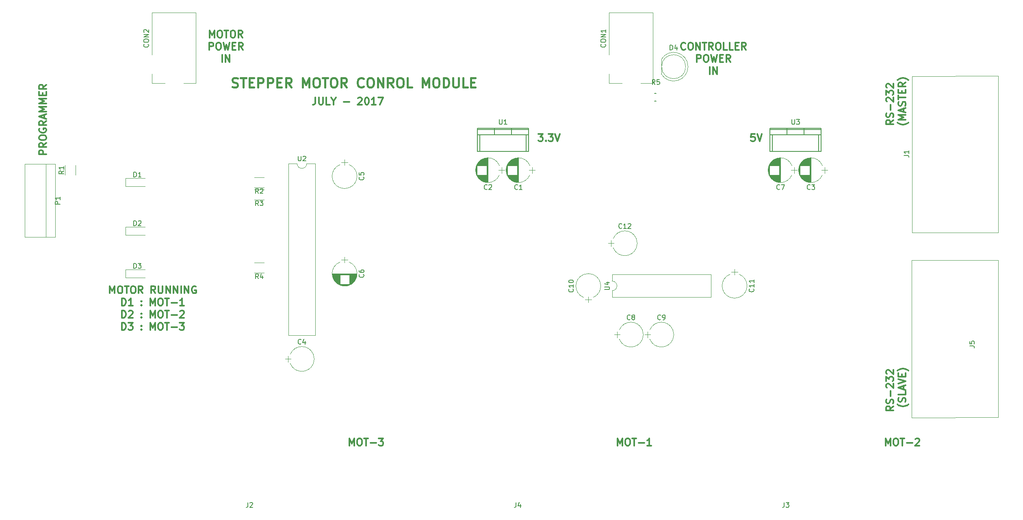
<source format=gbr>
G04 #@! TF.FileFunction,Legend,Top*
%FSLAX46Y46*%
G04 Gerber Fmt 4.6, Leading zero omitted, Abs format (unit mm)*
G04 Created by KiCad (PCBNEW 4.0.7) date 12/26/17 17:51:00*
%MOMM*%
%LPD*%
G01*
G04 APERTURE LIST*
%ADD10C,0.100000*%
%ADD11C,0.300000*%
%ADD12C,0.400000*%
%ADD13C,0.120000*%
%ADD14C,0.150000*%
G04 APERTURE END LIST*
D10*
D11*
X194024287Y-77918571D02*
X193310001Y-77918571D01*
X193238572Y-78632857D01*
X193310001Y-78561429D01*
X193452858Y-78490000D01*
X193810001Y-78490000D01*
X193952858Y-78561429D01*
X194024287Y-78632857D01*
X194095715Y-78775714D01*
X194095715Y-79132857D01*
X194024287Y-79275714D01*
X193952858Y-79347143D01*
X193810001Y-79418571D01*
X193452858Y-79418571D01*
X193310001Y-79347143D01*
X193238572Y-79275714D01*
X194524286Y-77918571D02*
X195024286Y-79418571D01*
X195524286Y-77918571D01*
X148915715Y-77918571D02*
X149844286Y-77918571D01*
X149344286Y-78490000D01*
X149558572Y-78490000D01*
X149701429Y-78561429D01*
X149772858Y-78632857D01*
X149844286Y-78775714D01*
X149844286Y-79132857D01*
X149772858Y-79275714D01*
X149701429Y-79347143D01*
X149558572Y-79418571D01*
X149130000Y-79418571D01*
X148987143Y-79347143D01*
X148915715Y-79275714D01*
X150487143Y-79275714D02*
X150558571Y-79347143D01*
X150487143Y-79418571D01*
X150415714Y-79347143D01*
X150487143Y-79275714D01*
X150487143Y-79418571D01*
X151058572Y-77918571D02*
X151987143Y-77918571D01*
X151487143Y-78490000D01*
X151701429Y-78490000D01*
X151844286Y-78561429D01*
X151915715Y-78632857D01*
X151987143Y-78775714D01*
X151987143Y-79132857D01*
X151915715Y-79275714D01*
X151844286Y-79347143D01*
X151701429Y-79418571D01*
X151272857Y-79418571D01*
X151130000Y-79347143D01*
X151058572Y-79275714D01*
X152415714Y-77918571D02*
X152915714Y-79418571D01*
X153415714Y-77918571D01*
X179562857Y-60215714D02*
X179491428Y-60287143D01*
X179277142Y-60358571D01*
X179134285Y-60358571D01*
X178920000Y-60287143D01*
X178777142Y-60144286D01*
X178705714Y-60001429D01*
X178634285Y-59715714D01*
X178634285Y-59501429D01*
X178705714Y-59215714D01*
X178777142Y-59072857D01*
X178920000Y-58930000D01*
X179134285Y-58858571D01*
X179277142Y-58858571D01*
X179491428Y-58930000D01*
X179562857Y-59001429D01*
X180491428Y-58858571D02*
X180777142Y-58858571D01*
X180920000Y-58930000D01*
X181062857Y-59072857D01*
X181134285Y-59358571D01*
X181134285Y-59858571D01*
X181062857Y-60144286D01*
X180920000Y-60287143D01*
X180777142Y-60358571D01*
X180491428Y-60358571D01*
X180348571Y-60287143D01*
X180205714Y-60144286D01*
X180134285Y-59858571D01*
X180134285Y-59358571D01*
X180205714Y-59072857D01*
X180348571Y-58930000D01*
X180491428Y-58858571D01*
X181777143Y-60358571D02*
X181777143Y-58858571D01*
X182634286Y-60358571D01*
X182634286Y-58858571D01*
X183134286Y-58858571D02*
X183991429Y-58858571D01*
X183562858Y-60358571D02*
X183562858Y-58858571D01*
X185348572Y-60358571D02*
X184848572Y-59644286D01*
X184491429Y-60358571D02*
X184491429Y-58858571D01*
X185062857Y-58858571D01*
X185205715Y-58930000D01*
X185277143Y-59001429D01*
X185348572Y-59144286D01*
X185348572Y-59358571D01*
X185277143Y-59501429D01*
X185205715Y-59572857D01*
X185062857Y-59644286D01*
X184491429Y-59644286D01*
X186277143Y-58858571D02*
X186562857Y-58858571D01*
X186705715Y-58930000D01*
X186848572Y-59072857D01*
X186920000Y-59358571D01*
X186920000Y-59858571D01*
X186848572Y-60144286D01*
X186705715Y-60287143D01*
X186562857Y-60358571D01*
X186277143Y-60358571D01*
X186134286Y-60287143D01*
X185991429Y-60144286D01*
X185920000Y-59858571D01*
X185920000Y-59358571D01*
X185991429Y-59072857D01*
X186134286Y-58930000D01*
X186277143Y-58858571D01*
X188277144Y-60358571D02*
X187562858Y-60358571D01*
X187562858Y-58858571D01*
X189491430Y-60358571D02*
X188777144Y-60358571D01*
X188777144Y-58858571D01*
X189991430Y-59572857D02*
X190491430Y-59572857D01*
X190705716Y-60358571D02*
X189991430Y-60358571D01*
X189991430Y-58858571D01*
X190705716Y-58858571D01*
X192205716Y-60358571D02*
X191705716Y-59644286D01*
X191348573Y-60358571D02*
X191348573Y-58858571D01*
X191920001Y-58858571D01*
X192062859Y-58930000D01*
X192134287Y-59001429D01*
X192205716Y-59144286D01*
X192205716Y-59358571D01*
X192134287Y-59501429D01*
X192062859Y-59572857D01*
X191920001Y-59644286D01*
X191348573Y-59644286D01*
X181955714Y-62908571D02*
X181955714Y-61408571D01*
X182527142Y-61408571D01*
X182670000Y-61480000D01*
X182741428Y-61551429D01*
X182812857Y-61694286D01*
X182812857Y-61908571D01*
X182741428Y-62051429D01*
X182670000Y-62122857D01*
X182527142Y-62194286D01*
X181955714Y-62194286D01*
X183741428Y-61408571D02*
X184027142Y-61408571D01*
X184170000Y-61480000D01*
X184312857Y-61622857D01*
X184384285Y-61908571D01*
X184384285Y-62408571D01*
X184312857Y-62694286D01*
X184170000Y-62837143D01*
X184027142Y-62908571D01*
X183741428Y-62908571D01*
X183598571Y-62837143D01*
X183455714Y-62694286D01*
X183384285Y-62408571D01*
X183384285Y-61908571D01*
X183455714Y-61622857D01*
X183598571Y-61480000D01*
X183741428Y-61408571D01*
X184884286Y-61408571D02*
X185241429Y-62908571D01*
X185527143Y-61837143D01*
X185812857Y-62908571D01*
X186170000Y-61408571D01*
X186741429Y-62122857D02*
X187241429Y-62122857D01*
X187455715Y-62908571D02*
X186741429Y-62908571D01*
X186741429Y-61408571D01*
X187455715Y-61408571D01*
X188955715Y-62908571D02*
X188455715Y-62194286D01*
X188098572Y-62908571D02*
X188098572Y-61408571D01*
X188670000Y-61408571D01*
X188812858Y-61480000D01*
X188884286Y-61551429D01*
X188955715Y-61694286D01*
X188955715Y-61908571D01*
X188884286Y-62051429D01*
X188812858Y-62122857D01*
X188670000Y-62194286D01*
X188098572Y-62194286D01*
X184634286Y-65458571D02*
X184634286Y-63958571D01*
X185348572Y-65458571D02*
X185348572Y-63958571D01*
X186205715Y-65458571D01*
X186205715Y-63958571D01*
X80427143Y-57818571D02*
X80427143Y-56318571D01*
X80927143Y-57390000D01*
X81427143Y-56318571D01*
X81427143Y-57818571D01*
X82427143Y-56318571D02*
X82712857Y-56318571D01*
X82855715Y-56390000D01*
X82998572Y-56532857D01*
X83070000Y-56818571D01*
X83070000Y-57318571D01*
X82998572Y-57604286D01*
X82855715Y-57747143D01*
X82712857Y-57818571D01*
X82427143Y-57818571D01*
X82284286Y-57747143D01*
X82141429Y-57604286D01*
X82070000Y-57318571D01*
X82070000Y-56818571D01*
X82141429Y-56532857D01*
X82284286Y-56390000D01*
X82427143Y-56318571D01*
X83498572Y-56318571D02*
X84355715Y-56318571D01*
X83927144Y-57818571D02*
X83927144Y-56318571D01*
X85141429Y-56318571D02*
X85427143Y-56318571D01*
X85570001Y-56390000D01*
X85712858Y-56532857D01*
X85784286Y-56818571D01*
X85784286Y-57318571D01*
X85712858Y-57604286D01*
X85570001Y-57747143D01*
X85427143Y-57818571D01*
X85141429Y-57818571D01*
X84998572Y-57747143D01*
X84855715Y-57604286D01*
X84784286Y-57318571D01*
X84784286Y-56818571D01*
X84855715Y-56532857D01*
X84998572Y-56390000D01*
X85141429Y-56318571D01*
X87284287Y-57818571D02*
X86784287Y-57104286D01*
X86427144Y-57818571D02*
X86427144Y-56318571D01*
X86998572Y-56318571D01*
X87141430Y-56390000D01*
X87212858Y-56461429D01*
X87284287Y-56604286D01*
X87284287Y-56818571D01*
X87212858Y-56961429D01*
X87141430Y-57032857D01*
X86998572Y-57104286D01*
X86427144Y-57104286D01*
X80355714Y-60368571D02*
X80355714Y-58868571D01*
X80927142Y-58868571D01*
X81070000Y-58940000D01*
X81141428Y-59011429D01*
X81212857Y-59154286D01*
X81212857Y-59368571D01*
X81141428Y-59511429D01*
X81070000Y-59582857D01*
X80927142Y-59654286D01*
X80355714Y-59654286D01*
X82141428Y-58868571D02*
X82427142Y-58868571D01*
X82570000Y-58940000D01*
X82712857Y-59082857D01*
X82784285Y-59368571D01*
X82784285Y-59868571D01*
X82712857Y-60154286D01*
X82570000Y-60297143D01*
X82427142Y-60368571D01*
X82141428Y-60368571D01*
X81998571Y-60297143D01*
X81855714Y-60154286D01*
X81784285Y-59868571D01*
X81784285Y-59368571D01*
X81855714Y-59082857D01*
X81998571Y-58940000D01*
X82141428Y-58868571D01*
X83284286Y-58868571D02*
X83641429Y-60368571D01*
X83927143Y-59297143D01*
X84212857Y-60368571D01*
X84570000Y-58868571D01*
X85141429Y-59582857D02*
X85641429Y-59582857D01*
X85855715Y-60368571D02*
X85141429Y-60368571D01*
X85141429Y-58868571D01*
X85855715Y-58868571D01*
X87355715Y-60368571D02*
X86855715Y-59654286D01*
X86498572Y-60368571D02*
X86498572Y-58868571D01*
X87070000Y-58868571D01*
X87212858Y-58940000D01*
X87284286Y-59011429D01*
X87355715Y-59154286D01*
X87355715Y-59368571D01*
X87284286Y-59511429D01*
X87212858Y-59582857D01*
X87070000Y-59654286D01*
X86498572Y-59654286D01*
X83034286Y-62918571D02*
X83034286Y-61418571D01*
X83748572Y-62918571D02*
X83748572Y-61418571D01*
X84605715Y-62918571D01*
X84605715Y-61418571D01*
X59615713Y-111153571D02*
X59615713Y-109653571D01*
X60115713Y-110725000D01*
X60615713Y-109653571D01*
X60615713Y-111153571D01*
X61615713Y-109653571D02*
X61901427Y-109653571D01*
X62044285Y-109725000D01*
X62187142Y-109867857D01*
X62258570Y-110153571D01*
X62258570Y-110653571D01*
X62187142Y-110939286D01*
X62044285Y-111082143D01*
X61901427Y-111153571D01*
X61615713Y-111153571D01*
X61472856Y-111082143D01*
X61329999Y-110939286D01*
X61258570Y-110653571D01*
X61258570Y-110153571D01*
X61329999Y-109867857D01*
X61472856Y-109725000D01*
X61615713Y-109653571D01*
X62687142Y-109653571D02*
X63544285Y-109653571D01*
X63115714Y-111153571D02*
X63115714Y-109653571D01*
X64329999Y-109653571D02*
X64615713Y-109653571D01*
X64758571Y-109725000D01*
X64901428Y-109867857D01*
X64972856Y-110153571D01*
X64972856Y-110653571D01*
X64901428Y-110939286D01*
X64758571Y-111082143D01*
X64615713Y-111153571D01*
X64329999Y-111153571D01*
X64187142Y-111082143D01*
X64044285Y-110939286D01*
X63972856Y-110653571D01*
X63972856Y-110153571D01*
X64044285Y-109867857D01*
X64187142Y-109725000D01*
X64329999Y-109653571D01*
X66472857Y-111153571D02*
X65972857Y-110439286D01*
X65615714Y-111153571D02*
X65615714Y-109653571D01*
X66187142Y-109653571D01*
X66330000Y-109725000D01*
X66401428Y-109796429D01*
X66472857Y-109939286D01*
X66472857Y-110153571D01*
X66401428Y-110296429D01*
X66330000Y-110367857D01*
X66187142Y-110439286D01*
X65615714Y-110439286D01*
X69115714Y-111153571D02*
X68615714Y-110439286D01*
X68258571Y-111153571D02*
X68258571Y-109653571D01*
X68829999Y-109653571D01*
X68972857Y-109725000D01*
X69044285Y-109796429D01*
X69115714Y-109939286D01*
X69115714Y-110153571D01*
X69044285Y-110296429D01*
X68972857Y-110367857D01*
X68829999Y-110439286D01*
X68258571Y-110439286D01*
X69758571Y-109653571D02*
X69758571Y-110867857D01*
X69829999Y-111010714D01*
X69901428Y-111082143D01*
X70044285Y-111153571D01*
X70329999Y-111153571D01*
X70472857Y-111082143D01*
X70544285Y-111010714D01*
X70615714Y-110867857D01*
X70615714Y-109653571D01*
X71330000Y-111153571D02*
X71330000Y-109653571D01*
X72187143Y-111153571D01*
X72187143Y-109653571D01*
X72901429Y-111153571D02*
X72901429Y-109653571D01*
X73758572Y-111153571D01*
X73758572Y-109653571D01*
X74472858Y-111153571D02*
X74472858Y-109653571D01*
X75187144Y-111153571D02*
X75187144Y-109653571D01*
X76044287Y-111153571D01*
X76044287Y-109653571D01*
X77544287Y-109725000D02*
X77401430Y-109653571D01*
X77187144Y-109653571D01*
X76972859Y-109725000D01*
X76830001Y-109867857D01*
X76758573Y-110010714D01*
X76687144Y-110296429D01*
X76687144Y-110510714D01*
X76758573Y-110796429D01*
X76830001Y-110939286D01*
X76972859Y-111082143D01*
X77187144Y-111153571D01*
X77330001Y-111153571D01*
X77544287Y-111082143D01*
X77615716Y-111010714D01*
X77615716Y-110510714D01*
X77330001Y-110510714D01*
X62115715Y-113703571D02*
X62115715Y-112203571D01*
X62472858Y-112203571D01*
X62687143Y-112275000D01*
X62830001Y-112417857D01*
X62901429Y-112560714D01*
X62972858Y-112846429D01*
X62972858Y-113060714D01*
X62901429Y-113346429D01*
X62830001Y-113489286D01*
X62687143Y-113632143D01*
X62472858Y-113703571D01*
X62115715Y-113703571D01*
X64401429Y-113703571D02*
X63544286Y-113703571D01*
X63972858Y-113703571D02*
X63972858Y-112203571D01*
X63830001Y-112417857D01*
X63687143Y-112560714D01*
X63544286Y-112632143D01*
X66187143Y-113560714D02*
X66258571Y-113632143D01*
X66187143Y-113703571D01*
X66115714Y-113632143D01*
X66187143Y-113560714D01*
X66187143Y-113703571D01*
X66187143Y-112775000D02*
X66258571Y-112846429D01*
X66187143Y-112917857D01*
X66115714Y-112846429D01*
X66187143Y-112775000D01*
X66187143Y-112917857D01*
X68044286Y-113703571D02*
X68044286Y-112203571D01*
X68544286Y-113275000D01*
X69044286Y-112203571D01*
X69044286Y-113703571D01*
X70044286Y-112203571D02*
X70330000Y-112203571D01*
X70472858Y-112275000D01*
X70615715Y-112417857D01*
X70687143Y-112703571D01*
X70687143Y-113203571D01*
X70615715Y-113489286D01*
X70472858Y-113632143D01*
X70330000Y-113703571D01*
X70044286Y-113703571D01*
X69901429Y-113632143D01*
X69758572Y-113489286D01*
X69687143Y-113203571D01*
X69687143Y-112703571D01*
X69758572Y-112417857D01*
X69901429Y-112275000D01*
X70044286Y-112203571D01*
X71115715Y-112203571D02*
X71972858Y-112203571D01*
X71544287Y-113703571D02*
X71544287Y-112203571D01*
X72472858Y-113132143D02*
X73615715Y-113132143D01*
X75115715Y-113703571D02*
X74258572Y-113703571D01*
X74687144Y-113703571D02*
X74687144Y-112203571D01*
X74544287Y-112417857D01*
X74401429Y-112560714D01*
X74258572Y-112632143D01*
X62115715Y-116253571D02*
X62115715Y-114753571D01*
X62472858Y-114753571D01*
X62687143Y-114825000D01*
X62830001Y-114967857D01*
X62901429Y-115110714D01*
X62972858Y-115396429D01*
X62972858Y-115610714D01*
X62901429Y-115896429D01*
X62830001Y-116039286D01*
X62687143Y-116182143D01*
X62472858Y-116253571D01*
X62115715Y-116253571D01*
X63544286Y-114896429D02*
X63615715Y-114825000D01*
X63758572Y-114753571D01*
X64115715Y-114753571D01*
X64258572Y-114825000D01*
X64330001Y-114896429D01*
X64401429Y-115039286D01*
X64401429Y-115182143D01*
X64330001Y-115396429D01*
X63472858Y-116253571D01*
X64401429Y-116253571D01*
X66187143Y-116110714D02*
X66258571Y-116182143D01*
X66187143Y-116253571D01*
X66115714Y-116182143D01*
X66187143Y-116110714D01*
X66187143Y-116253571D01*
X66187143Y-115325000D02*
X66258571Y-115396429D01*
X66187143Y-115467857D01*
X66115714Y-115396429D01*
X66187143Y-115325000D01*
X66187143Y-115467857D01*
X68044286Y-116253571D02*
X68044286Y-114753571D01*
X68544286Y-115825000D01*
X69044286Y-114753571D01*
X69044286Y-116253571D01*
X70044286Y-114753571D02*
X70330000Y-114753571D01*
X70472858Y-114825000D01*
X70615715Y-114967857D01*
X70687143Y-115253571D01*
X70687143Y-115753571D01*
X70615715Y-116039286D01*
X70472858Y-116182143D01*
X70330000Y-116253571D01*
X70044286Y-116253571D01*
X69901429Y-116182143D01*
X69758572Y-116039286D01*
X69687143Y-115753571D01*
X69687143Y-115253571D01*
X69758572Y-114967857D01*
X69901429Y-114825000D01*
X70044286Y-114753571D01*
X71115715Y-114753571D02*
X71972858Y-114753571D01*
X71544287Y-116253571D02*
X71544287Y-114753571D01*
X72472858Y-115682143D02*
X73615715Y-115682143D01*
X74258572Y-114896429D02*
X74330001Y-114825000D01*
X74472858Y-114753571D01*
X74830001Y-114753571D01*
X74972858Y-114825000D01*
X75044287Y-114896429D01*
X75115715Y-115039286D01*
X75115715Y-115182143D01*
X75044287Y-115396429D01*
X74187144Y-116253571D01*
X75115715Y-116253571D01*
X62115715Y-118803571D02*
X62115715Y-117303571D01*
X62472858Y-117303571D01*
X62687143Y-117375000D01*
X62830001Y-117517857D01*
X62901429Y-117660714D01*
X62972858Y-117946429D01*
X62972858Y-118160714D01*
X62901429Y-118446429D01*
X62830001Y-118589286D01*
X62687143Y-118732143D01*
X62472858Y-118803571D01*
X62115715Y-118803571D01*
X63472858Y-117303571D02*
X64401429Y-117303571D01*
X63901429Y-117875000D01*
X64115715Y-117875000D01*
X64258572Y-117946429D01*
X64330001Y-118017857D01*
X64401429Y-118160714D01*
X64401429Y-118517857D01*
X64330001Y-118660714D01*
X64258572Y-118732143D01*
X64115715Y-118803571D01*
X63687143Y-118803571D01*
X63544286Y-118732143D01*
X63472858Y-118660714D01*
X66187143Y-118660714D02*
X66258571Y-118732143D01*
X66187143Y-118803571D01*
X66115714Y-118732143D01*
X66187143Y-118660714D01*
X66187143Y-118803571D01*
X66187143Y-117875000D02*
X66258571Y-117946429D01*
X66187143Y-118017857D01*
X66115714Y-117946429D01*
X66187143Y-117875000D01*
X66187143Y-118017857D01*
X68044286Y-118803571D02*
X68044286Y-117303571D01*
X68544286Y-118375000D01*
X69044286Y-117303571D01*
X69044286Y-118803571D01*
X70044286Y-117303571D02*
X70330000Y-117303571D01*
X70472858Y-117375000D01*
X70615715Y-117517857D01*
X70687143Y-117803571D01*
X70687143Y-118303571D01*
X70615715Y-118589286D01*
X70472858Y-118732143D01*
X70330000Y-118803571D01*
X70044286Y-118803571D01*
X69901429Y-118732143D01*
X69758572Y-118589286D01*
X69687143Y-118303571D01*
X69687143Y-117803571D01*
X69758572Y-117517857D01*
X69901429Y-117375000D01*
X70044286Y-117303571D01*
X71115715Y-117303571D02*
X71972858Y-117303571D01*
X71544287Y-118803571D02*
X71544287Y-117303571D01*
X72472858Y-118232143D02*
X73615715Y-118232143D01*
X74187144Y-117303571D02*
X75115715Y-117303571D01*
X74615715Y-117875000D01*
X74830001Y-117875000D01*
X74972858Y-117946429D01*
X75044287Y-118017857D01*
X75115715Y-118160714D01*
X75115715Y-118517857D01*
X75044287Y-118660714D01*
X74972858Y-118732143D01*
X74830001Y-118803571D01*
X74401429Y-118803571D01*
X74258572Y-118732143D01*
X74187144Y-118660714D01*
X46398571Y-82144286D02*
X44898571Y-82144286D01*
X44898571Y-81572858D01*
X44970000Y-81430000D01*
X45041429Y-81358572D01*
X45184286Y-81287143D01*
X45398571Y-81287143D01*
X45541429Y-81358572D01*
X45612857Y-81430000D01*
X45684286Y-81572858D01*
X45684286Y-82144286D01*
X46398571Y-79787143D02*
X45684286Y-80287143D01*
X46398571Y-80644286D02*
X44898571Y-80644286D01*
X44898571Y-80072858D01*
X44970000Y-79930000D01*
X45041429Y-79858572D01*
X45184286Y-79787143D01*
X45398571Y-79787143D01*
X45541429Y-79858572D01*
X45612857Y-79930000D01*
X45684286Y-80072858D01*
X45684286Y-80644286D01*
X44898571Y-78858572D02*
X44898571Y-78572858D01*
X44970000Y-78430000D01*
X45112857Y-78287143D01*
X45398571Y-78215715D01*
X45898571Y-78215715D01*
X46184286Y-78287143D01*
X46327143Y-78430000D01*
X46398571Y-78572858D01*
X46398571Y-78858572D01*
X46327143Y-79001429D01*
X46184286Y-79144286D01*
X45898571Y-79215715D01*
X45398571Y-79215715D01*
X45112857Y-79144286D01*
X44970000Y-79001429D01*
X44898571Y-78858572D01*
X44970000Y-76787143D02*
X44898571Y-76930000D01*
X44898571Y-77144286D01*
X44970000Y-77358571D01*
X45112857Y-77501429D01*
X45255714Y-77572857D01*
X45541429Y-77644286D01*
X45755714Y-77644286D01*
X46041429Y-77572857D01*
X46184286Y-77501429D01*
X46327143Y-77358571D01*
X46398571Y-77144286D01*
X46398571Y-77001429D01*
X46327143Y-76787143D01*
X46255714Y-76715714D01*
X45755714Y-76715714D01*
X45755714Y-77001429D01*
X46398571Y-75215714D02*
X45684286Y-75715714D01*
X46398571Y-76072857D02*
X44898571Y-76072857D01*
X44898571Y-75501429D01*
X44970000Y-75358571D01*
X45041429Y-75287143D01*
X45184286Y-75215714D01*
X45398571Y-75215714D01*
X45541429Y-75287143D01*
X45612857Y-75358571D01*
X45684286Y-75501429D01*
X45684286Y-76072857D01*
X45970000Y-74644286D02*
X45970000Y-73930000D01*
X46398571Y-74787143D02*
X44898571Y-74287143D01*
X46398571Y-73787143D01*
X46398571Y-73287143D02*
X44898571Y-73287143D01*
X45970000Y-72787143D01*
X44898571Y-72287143D01*
X46398571Y-72287143D01*
X46398571Y-71572857D02*
X44898571Y-71572857D01*
X45970000Y-71072857D01*
X44898571Y-70572857D01*
X46398571Y-70572857D01*
X45612857Y-69858571D02*
X45612857Y-69358571D01*
X46398571Y-69144285D02*
X46398571Y-69858571D01*
X44898571Y-69858571D01*
X44898571Y-69144285D01*
X46398571Y-67644285D02*
X45684286Y-68144285D01*
X46398571Y-68501428D02*
X44898571Y-68501428D01*
X44898571Y-67930000D01*
X44970000Y-67787142D01*
X45041429Y-67715714D01*
X45184286Y-67644285D01*
X45398571Y-67644285D01*
X45541429Y-67715714D01*
X45612857Y-67787142D01*
X45684286Y-67930000D01*
X45684286Y-68501428D01*
X222923571Y-134702856D02*
X222209286Y-135202856D01*
X222923571Y-135559999D02*
X221423571Y-135559999D01*
X221423571Y-134988571D01*
X221495000Y-134845713D01*
X221566429Y-134774285D01*
X221709286Y-134702856D01*
X221923571Y-134702856D01*
X222066429Y-134774285D01*
X222137857Y-134845713D01*
X222209286Y-134988571D01*
X222209286Y-135559999D01*
X222852143Y-134131428D02*
X222923571Y-133917142D01*
X222923571Y-133559999D01*
X222852143Y-133417142D01*
X222780714Y-133345713D01*
X222637857Y-133274285D01*
X222495000Y-133274285D01*
X222352143Y-133345713D01*
X222280714Y-133417142D01*
X222209286Y-133559999D01*
X222137857Y-133845713D01*
X222066429Y-133988571D01*
X221995000Y-134059999D01*
X221852143Y-134131428D01*
X221709286Y-134131428D01*
X221566429Y-134059999D01*
X221495000Y-133988571D01*
X221423571Y-133845713D01*
X221423571Y-133488571D01*
X221495000Y-133274285D01*
X222352143Y-132631428D02*
X222352143Y-131488571D01*
X221566429Y-130845714D02*
X221495000Y-130774285D01*
X221423571Y-130631428D01*
X221423571Y-130274285D01*
X221495000Y-130131428D01*
X221566429Y-130059999D01*
X221709286Y-129988571D01*
X221852143Y-129988571D01*
X222066429Y-130059999D01*
X222923571Y-130917142D01*
X222923571Y-129988571D01*
X221423571Y-129488571D02*
X221423571Y-128560000D01*
X221995000Y-129060000D01*
X221995000Y-128845714D01*
X222066429Y-128702857D01*
X222137857Y-128631428D01*
X222280714Y-128560000D01*
X222637857Y-128560000D01*
X222780714Y-128631428D01*
X222852143Y-128702857D01*
X222923571Y-128845714D01*
X222923571Y-129274286D01*
X222852143Y-129417143D01*
X222780714Y-129488571D01*
X221566429Y-127988572D02*
X221495000Y-127917143D01*
X221423571Y-127774286D01*
X221423571Y-127417143D01*
X221495000Y-127274286D01*
X221566429Y-127202857D01*
X221709286Y-127131429D01*
X221852143Y-127131429D01*
X222066429Y-127202857D01*
X222923571Y-128060000D01*
X222923571Y-127131429D01*
X226045000Y-134310000D02*
X225973571Y-134381428D01*
X225759286Y-134524285D01*
X225616429Y-134595714D01*
X225402143Y-134667143D01*
X225045000Y-134738571D01*
X224759286Y-134738571D01*
X224402143Y-134667143D01*
X224187857Y-134595714D01*
X224045000Y-134524285D01*
X223830714Y-134381428D01*
X223759286Y-134310000D01*
X225402143Y-133810000D02*
X225473571Y-133595714D01*
X225473571Y-133238571D01*
X225402143Y-133095714D01*
X225330714Y-133024285D01*
X225187857Y-132952857D01*
X225045000Y-132952857D01*
X224902143Y-133024285D01*
X224830714Y-133095714D01*
X224759286Y-133238571D01*
X224687857Y-133524285D01*
X224616429Y-133667143D01*
X224545000Y-133738571D01*
X224402143Y-133810000D01*
X224259286Y-133810000D01*
X224116429Y-133738571D01*
X224045000Y-133667143D01*
X223973571Y-133524285D01*
X223973571Y-133167143D01*
X224045000Y-132952857D01*
X225473571Y-131595714D02*
X225473571Y-132310000D01*
X223973571Y-132310000D01*
X225045000Y-131167143D02*
X225045000Y-130452857D01*
X225473571Y-131310000D02*
X223973571Y-130810000D01*
X225473571Y-130310000D01*
X223973571Y-130024286D02*
X225473571Y-129524286D01*
X223973571Y-129024286D01*
X224687857Y-128524286D02*
X224687857Y-128024286D01*
X225473571Y-127810000D02*
X225473571Y-128524286D01*
X223973571Y-128524286D01*
X223973571Y-127810000D01*
X226045000Y-127310000D02*
X225973571Y-127238572D01*
X225759286Y-127095715D01*
X225616429Y-127024286D01*
X225402143Y-126952857D01*
X225045000Y-126881429D01*
X224759286Y-126881429D01*
X224402143Y-126952857D01*
X224187857Y-127024286D01*
X224045000Y-127095715D01*
X223830714Y-127238572D01*
X223759286Y-127310000D01*
X222923571Y-75012856D02*
X222209286Y-75512856D01*
X222923571Y-75869999D02*
X221423571Y-75869999D01*
X221423571Y-75298571D01*
X221495000Y-75155713D01*
X221566429Y-75084285D01*
X221709286Y-75012856D01*
X221923571Y-75012856D01*
X222066429Y-75084285D01*
X222137857Y-75155713D01*
X222209286Y-75298571D01*
X222209286Y-75869999D01*
X222852143Y-74441428D02*
X222923571Y-74227142D01*
X222923571Y-73869999D01*
X222852143Y-73727142D01*
X222780714Y-73655713D01*
X222637857Y-73584285D01*
X222495000Y-73584285D01*
X222352143Y-73655713D01*
X222280714Y-73727142D01*
X222209286Y-73869999D01*
X222137857Y-74155713D01*
X222066429Y-74298571D01*
X221995000Y-74369999D01*
X221852143Y-74441428D01*
X221709286Y-74441428D01*
X221566429Y-74369999D01*
X221495000Y-74298571D01*
X221423571Y-74155713D01*
X221423571Y-73798571D01*
X221495000Y-73584285D01*
X222352143Y-72941428D02*
X222352143Y-71798571D01*
X221566429Y-71155714D02*
X221495000Y-71084285D01*
X221423571Y-70941428D01*
X221423571Y-70584285D01*
X221495000Y-70441428D01*
X221566429Y-70369999D01*
X221709286Y-70298571D01*
X221852143Y-70298571D01*
X222066429Y-70369999D01*
X222923571Y-71227142D01*
X222923571Y-70298571D01*
X221423571Y-69798571D02*
X221423571Y-68870000D01*
X221995000Y-69370000D01*
X221995000Y-69155714D01*
X222066429Y-69012857D01*
X222137857Y-68941428D01*
X222280714Y-68870000D01*
X222637857Y-68870000D01*
X222780714Y-68941428D01*
X222852143Y-69012857D01*
X222923571Y-69155714D01*
X222923571Y-69584286D01*
X222852143Y-69727143D01*
X222780714Y-69798571D01*
X221566429Y-68298572D02*
X221495000Y-68227143D01*
X221423571Y-68084286D01*
X221423571Y-67727143D01*
X221495000Y-67584286D01*
X221566429Y-67512857D01*
X221709286Y-67441429D01*
X221852143Y-67441429D01*
X222066429Y-67512857D01*
X222923571Y-68370000D01*
X222923571Y-67441429D01*
X226045000Y-75548571D02*
X225973571Y-75619999D01*
X225759286Y-75762856D01*
X225616429Y-75834285D01*
X225402143Y-75905714D01*
X225045000Y-75977142D01*
X224759286Y-75977142D01*
X224402143Y-75905714D01*
X224187857Y-75834285D01*
X224045000Y-75762856D01*
X223830714Y-75619999D01*
X223759286Y-75548571D01*
X225473571Y-74977142D02*
X223973571Y-74977142D01*
X225045000Y-74477142D01*
X223973571Y-73977142D01*
X225473571Y-73977142D01*
X225045000Y-73334285D02*
X225045000Y-72619999D01*
X225473571Y-73477142D02*
X223973571Y-72977142D01*
X225473571Y-72477142D01*
X225402143Y-72048571D02*
X225473571Y-71834285D01*
X225473571Y-71477142D01*
X225402143Y-71334285D01*
X225330714Y-71262856D01*
X225187857Y-71191428D01*
X225045000Y-71191428D01*
X224902143Y-71262856D01*
X224830714Y-71334285D01*
X224759286Y-71477142D01*
X224687857Y-71762856D01*
X224616429Y-71905714D01*
X224545000Y-71977142D01*
X224402143Y-72048571D01*
X224259286Y-72048571D01*
X224116429Y-71977142D01*
X224045000Y-71905714D01*
X223973571Y-71762856D01*
X223973571Y-71405714D01*
X224045000Y-71191428D01*
X223973571Y-70762857D02*
X223973571Y-69905714D01*
X225473571Y-70334285D02*
X223973571Y-70334285D01*
X224687857Y-69405714D02*
X224687857Y-68905714D01*
X225473571Y-68691428D02*
X225473571Y-69405714D01*
X223973571Y-69405714D01*
X223973571Y-68691428D01*
X225473571Y-67191428D02*
X224759286Y-67691428D01*
X225473571Y-68048571D02*
X223973571Y-68048571D01*
X223973571Y-67477143D01*
X224045000Y-67334285D01*
X224116429Y-67262857D01*
X224259286Y-67191428D01*
X224473571Y-67191428D01*
X224616429Y-67262857D01*
X224687857Y-67334285D01*
X224759286Y-67477143D01*
X224759286Y-68048571D01*
X226045000Y-66691428D02*
X225973571Y-66620000D01*
X225759286Y-66477143D01*
X225616429Y-66405714D01*
X225402143Y-66334285D01*
X225045000Y-66262857D01*
X224759286Y-66262857D01*
X224402143Y-66334285D01*
X224187857Y-66405714D01*
X224045000Y-66477143D01*
X223830714Y-66620000D01*
X223759286Y-66691428D01*
X221290000Y-142918571D02*
X221290000Y-141418571D01*
X221790000Y-142490000D01*
X222290000Y-141418571D01*
X222290000Y-142918571D01*
X223290000Y-141418571D02*
X223575714Y-141418571D01*
X223718572Y-141490000D01*
X223861429Y-141632857D01*
X223932857Y-141918571D01*
X223932857Y-142418571D01*
X223861429Y-142704286D01*
X223718572Y-142847143D01*
X223575714Y-142918571D01*
X223290000Y-142918571D01*
X223147143Y-142847143D01*
X223004286Y-142704286D01*
X222932857Y-142418571D01*
X222932857Y-141918571D01*
X223004286Y-141632857D01*
X223147143Y-141490000D01*
X223290000Y-141418571D01*
X224361429Y-141418571D02*
X225218572Y-141418571D01*
X224790001Y-142918571D02*
X224790001Y-141418571D01*
X225718572Y-142347143D02*
X226861429Y-142347143D01*
X227504286Y-141561429D02*
X227575715Y-141490000D01*
X227718572Y-141418571D01*
X228075715Y-141418571D01*
X228218572Y-141490000D01*
X228290001Y-141561429D01*
X228361429Y-141704286D01*
X228361429Y-141847143D01*
X228290001Y-142061429D01*
X227432858Y-142918571D01*
X228361429Y-142918571D01*
X109530000Y-142918571D02*
X109530000Y-141418571D01*
X110030000Y-142490000D01*
X110530000Y-141418571D01*
X110530000Y-142918571D01*
X111530000Y-141418571D02*
X111815714Y-141418571D01*
X111958572Y-141490000D01*
X112101429Y-141632857D01*
X112172857Y-141918571D01*
X112172857Y-142418571D01*
X112101429Y-142704286D01*
X111958572Y-142847143D01*
X111815714Y-142918571D01*
X111530000Y-142918571D01*
X111387143Y-142847143D01*
X111244286Y-142704286D01*
X111172857Y-142418571D01*
X111172857Y-141918571D01*
X111244286Y-141632857D01*
X111387143Y-141490000D01*
X111530000Y-141418571D01*
X112601429Y-141418571D02*
X113458572Y-141418571D01*
X113030001Y-142918571D02*
X113030001Y-141418571D01*
X113958572Y-142347143D02*
X115101429Y-142347143D01*
X115672858Y-141418571D02*
X116601429Y-141418571D01*
X116101429Y-141990000D01*
X116315715Y-141990000D01*
X116458572Y-142061429D01*
X116530001Y-142132857D01*
X116601429Y-142275714D01*
X116601429Y-142632857D01*
X116530001Y-142775714D01*
X116458572Y-142847143D01*
X116315715Y-142918571D01*
X115887143Y-142918571D01*
X115744286Y-142847143D01*
X115672858Y-142775714D01*
X165410000Y-142918571D02*
X165410000Y-141418571D01*
X165910000Y-142490000D01*
X166410000Y-141418571D01*
X166410000Y-142918571D01*
X167410000Y-141418571D02*
X167695714Y-141418571D01*
X167838572Y-141490000D01*
X167981429Y-141632857D01*
X168052857Y-141918571D01*
X168052857Y-142418571D01*
X167981429Y-142704286D01*
X167838572Y-142847143D01*
X167695714Y-142918571D01*
X167410000Y-142918571D01*
X167267143Y-142847143D01*
X167124286Y-142704286D01*
X167052857Y-142418571D01*
X167052857Y-141918571D01*
X167124286Y-141632857D01*
X167267143Y-141490000D01*
X167410000Y-141418571D01*
X168481429Y-141418571D02*
X169338572Y-141418571D01*
X168910001Y-142918571D02*
X168910001Y-141418571D01*
X169838572Y-142347143D02*
X170981429Y-142347143D01*
X172481429Y-142918571D02*
X171624286Y-142918571D01*
X172052858Y-142918571D02*
X172052858Y-141418571D01*
X171910001Y-141632857D01*
X171767143Y-141775714D01*
X171624286Y-141847143D01*
X102470001Y-70298571D02*
X102470001Y-71370000D01*
X102398573Y-71584286D01*
X102255716Y-71727143D01*
X102041430Y-71798571D01*
X101898573Y-71798571D01*
X103184287Y-70298571D02*
X103184287Y-71512857D01*
X103255715Y-71655714D01*
X103327144Y-71727143D01*
X103470001Y-71798571D01*
X103755715Y-71798571D01*
X103898573Y-71727143D01*
X103970001Y-71655714D01*
X104041430Y-71512857D01*
X104041430Y-70298571D01*
X105470002Y-71798571D02*
X104755716Y-71798571D01*
X104755716Y-70298571D01*
X106255716Y-71084286D02*
X106255716Y-71798571D01*
X105755716Y-70298571D02*
X106255716Y-71084286D01*
X106755716Y-70298571D01*
X108398573Y-71227143D02*
X109541430Y-71227143D01*
X111327144Y-70441429D02*
X111398573Y-70370000D01*
X111541430Y-70298571D01*
X111898573Y-70298571D01*
X112041430Y-70370000D01*
X112112859Y-70441429D01*
X112184287Y-70584286D01*
X112184287Y-70727143D01*
X112112859Y-70941429D01*
X111255716Y-71798571D01*
X112184287Y-71798571D01*
X113112858Y-70298571D02*
X113255715Y-70298571D01*
X113398572Y-70370000D01*
X113470001Y-70441429D01*
X113541430Y-70584286D01*
X113612858Y-70870000D01*
X113612858Y-71227143D01*
X113541430Y-71512857D01*
X113470001Y-71655714D01*
X113398572Y-71727143D01*
X113255715Y-71798571D01*
X113112858Y-71798571D01*
X112970001Y-71727143D01*
X112898572Y-71655714D01*
X112827144Y-71512857D01*
X112755715Y-71227143D01*
X112755715Y-70870000D01*
X112827144Y-70584286D01*
X112898572Y-70441429D01*
X112970001Y-70370000D01*
X113112858Y-70298571D01*
X115041429Y-71798571D02*
X114184286Y-71798571D01*
X114612858Y-71798571D02*
X114612858Y-70298571D01*
X114470001Y-70512857D01*
X114327143Y-70655714D01*
X114184286Y-70727143D01*
X115541429Y-70298571D02*
X116541429Y-70298571D01*
X115898572Y-71798571D01*
D12*
X85156665Y-68119524D02*
X85442380Y-68214762D01*
X85918570Y-68214762D01*
X86109046Y-68119524D01*
X86204284Y-68024286D01*
X86299523Y-67833810D01*
X86299523Y-67643333D01*
X86204284Y-67452857D01*
X86109046Y-67357619D01*
X85918570Y-67262381D01*
X85537618Y-67167143D01*
X85347142Y-67071905D01*
X85251903Y-66976667D01*
X85156665Y-66786190D01*
X85156665Y-66595714D01*
X85251903Y-66405238D01*
X85347142Y-66310000D01*
X85537618Y-66214762D01*
X86013808Y-66214762D01*
X86299523Y-66310000D01*
X86870951Y-66214762D02*
X88013808Y-66214762D01*
X87442380Y-68214762D02*
X87442380Y-66214762D01*
X88680475Y-67167143D02*
X89347142Y-67167143D01*
X89632856Y-68214762D02*
X88680475Y-68214762D01*
X88680475Y-66214762D01*
X89632856Y-66214762D01*
X90489999Y-68214762D02*
X90489999Y-66214762D01*
X91251904Y-66214762D01*
X91442380Y-66310000D01*
X91537619Y-66405238D01*
X91632857Y-66595714D01*
X91632857Y-66881429D01*
X91537619Y-67071905D01*
X91442380Y-67167143D01*
X91251904Y-67262381D01*
X90489999Y-67262381D01*
X92489999Y-68214762D02*
X92489999Y-66214762D01*
X93251904Y-66214762D01*
X93442380Y-66310000D01*
X93537619Y-66405238D01*
X93632857Y-66595714D01*
X93632857Y-66881429D01*
X93537619Y-67071905D01*
X93442380Y-67167143D01*
X93251904Y-67262381D01*
X92489999Y-67262381D01*
X94489999Y-67167143D02*
X95156666Y-67167143D01*
X95442380Y-68214762D02*
X94489999Y-68214762D01*
X94489999Y-66214762D01*
X95442380Y-66214762D01*
X97442381Y-68214762D02*
X96775714Y-67262381D01*
X96299523Y-68214762D02*
X96299523Y-66214762D01*
X97061428Y-66214762D01*
X97251904Y-66310000D01*
X97347143Y-66405238D01*
X97442381Y-66595714D01*
X97442381Y-66881429D01*
X97347143Y-67071905D01*
X97251904Y-67167143D01*
X97061428Y-67262381D01*
X96299523Y-67262381D01*
X99823333Y-68214762D02*
X99823333Y-66214762D01*
X100490000Y-67643333D01*
X101156667Y-66214762D01*
X101156667Y-68214762D01*
X102490000Y-66214762D02*
X102870952Y-66214762D01*
X103061428Y-66310000D01*
X103251905Y-66500476D01*
X103347143Y-66881429D01*
X103347143Y-67548095D01*
X103251905Y-67929048D01*
X103061428Y-68119524D01*
X102870952Y-68214762D01*
X102490000Y-68214762D01*
X102299524Y-68119524D01*
X102109047Y-67929048D01*
X102013809Y-67548095D01*
X102013809Y-66881429D01*
X102109047Y-66500476D01*
X102299524Y-66310000D01*
X102490000Y-66214762D01*
X103918571Y-66214762D02*
X105061428Y-66214762D01*
X104490000Y-68214762D02*
X104490000Y-66214762D01*
X106109048Y-66214762D02*
X106490000Y-66214762D01*
X106680476Y-66310000D01*
X106870953Y-66500476D01*
X106966191Y-66881429D01*
X106966191Y-67548095D01*
X106870953Y-67929048D01*
X106680476Y-68119524D01*
X106490000Y-68214762D01*
X106109048Y-68214762D01*
X105918572Y-68119524D01*
X105728095Y-67929048D01*
X105632857Y-67548095D01*
X105632857Y-66881429D01*
X105728095Y-66500476D01*
X105918572Y-66310000D01*
X106109048Y-66214762D01*
X108966191Y-68214762D02*
X108299524Y-67262381D01*
X107823333Y-68214762D02*
X107823333Y-66214762D01*
X108585238Y-66214762D01*
X108775714Y-66310000D01*
X108870953Y-66405238D01*
X108966191Y-66595714D01*
X108966191Y-66881429D01*
X108870953Y-67071905D01*
X108775714Y-67167143D01*
X108585238Y-67262381D01*
X107823333Y-67262381D01*
X112490001Y-68024286D02*
X112394763Y-68119524D01*
X112109048Y-68214762D01*
X111918572Y-68214762D01*
X111632858Y-68119524D01*
X111442382Y-67929048D01*
X111347143Y-67738571D01*
X111251905Y-67357619D01*
X111251905Y-67071905D01*
X111347143Y-66690952D01*
X111442382Y-66500476D01*
X111632858Y-66310000D01*
X111918572Y-66214762D01*
X112109048Y-66214762D01*
X112394763Y-66310000D01*
X112490001Y-66405238D01*
X113728096Y-66214762D02*
X114109048Y-66214762D01*
X114299524Y-66310000D01*
X114490001Y-66500476D01*
X114585239Y-66881429D01*
X114585239Y-67548095D01*
X114490001Y-67929048D01*
X114299524Y-68119524D01*
X114109048Y-68214762D01*
X113728096Y-68214762D01*
X113537620Y-68119524D01*
X113347143Y-67929048D01*
X113251905Y-67548095D01*
X113251905Y-66881429D01*
X113347143Y-66500476D01*
X113537620Y-66310000D01*
X113728096Y-66214762D01*
X115442381Y-68214762D02*
X115442381Y-66214762D01*
X116585239Y-68214762D01*
X116585239Y-66214762D01*
X118680477Y-68214762D02*
X118013810Y-67262381D01*
X117537619Y-68214762D02*
X117537619Y-66214762D01*
X118299524Y-66214762D01*
X118490000Y-66310000D01*
X118585239Y-66405238D01*
X118680477Y-66595714D01*
X118680477Y-66881429D01*
X118585239Y-67071905D01*
X118490000Y-67167143D01*
X118299524Y-67262381D01*
X117537619Y-67262381D01*
X119918572Y-66214762D02*
X120299524Y-66214762D01*
X120490000Y-66310000D01*
X120680477Y-66500476D01*
X120775715Y-66881429D01*
X120775715Y-67548095D01*
X120680477Y-67929048D01*
X120490000Y-68119524D01*
X120299524Y-68214762D01*
X119918572Y-68214762D01*
X119728096Y-68119524D01*
X119537619Y-67929048D01*
X119442381Y-67548095D01*
X119442381Y-66881429D01*
X119537619Y-66500476D01*
X119728096Y-66310000D01*
X119918572Y-66214762D01*
X122585238Y-68214762D02*
X121632857Y-68214762D01*
X121632857Y-66214762D01*
X124775715Y-68214762D02*
X124775715Y-66214762D01*
X125442382Y-67643333D01*
X126109049Y-66214762D01*
X126109049Y-68214762D01*
X127442382Y-66214762D02*
X127823334Y-66214762D01*
X128013810Y-66310000D01*
X128204287Y-66500476D01*
X128299525Y-66881429D01*
X128299525Y-67548095D01*
X128204287Y-67929048D01*
X128013810Y-68119524D01*
X127823334Y-68214762D01*
X127442382Y-68214762D01*
X127251906Y-68119524D01*
X127061429Y-67929048D01*
X126966191Y-67548095D01*
X126966191Y-66881429D01*
X127061429Y-66500476D01*
X127251906Y-66310000D01*
X127442382Y-66214762D01*
X129156667Y-68214762D02*
X129156667Y-66214762D01*
X129632858Y-66214762D01*
X129918572Y-66310000D01*
X130109048Y-66500476D01*
X130204287Y-66690952D01*
X130299525Y-67071905D01*
X130299525Y-67357619D01*
X130204287Y-67738571D01*
X130109048Y-67929048D01*
X129918572Y-68119524D01*
X129632858Y-68214762D01*
X129156667Y-68214762D01*
X131156667Y-66214762D02*
X131156667Y-67833810D01*
X131251906Y-68024286D01*
X131347144Y-68119524D01*
X131537620Y-68214762D01*
X131918572Y-68214762D01*
X132109048Y-68119524D01*
X132204287Y-68024286D01*
X132299525Y-67833810D01*
X132299525Y-66214762D01*
X134204286Y-68214762D02*
X133251905Y-68214762D01*
X133251905Y-66214762D01*
X134870953Y-67167143D02*
X135537620Y-67167143D01*
X135823334Y-68214762D02*
X134870953Y-68214762D01*
X134870953Y-66214762D01*
X135823334Y-66214762D01*
D13*
X144755000Y-88030000D02*
X144755000Y-82930000D01*
X144715000Y-88030000D02*
X144715000Y-82930000D01*
X144675000Y-88029000D02*
X144675000Y-82931000D01*
X144635000Y-88028000D02*
X144635000Y-82932000D01*
X144595000Y-88026000D02*
X144595000Y-82934000D01*
X144555000Y-88023000D02*
X144555000Y-82937000D01*
X144515000Y-88019000D02*
X144515000Y-82941000D01*
X144475000Y-88015000D02*
X144475000Y-86460000D01*
X144475000Y-84500000D02*
X144475000Y-82945000D01*
X144435000Y-88011000D02*
X144435000Y-86460000D01*
X144435000Y-84500000D02*
X144435000Y-82949000D01*
X144395000Y-88005000D02*
X144395000Y-86460000D01*
X144395000Y-84500000D02*
X144395000Y-82955000D01*
X144355000Y-87999000D02*
X144355000Y-86460000D01*
X144355000Y-84500000D02*
X144355000Y-82961000D01*
X144315000Y-87993000D02*
X144315000Y-86460000D01*
X144315000Y-84500000D02*
X144315000Y-82967000D01*
X144275000Y-87986000D02*
X144275000Y-86460000D01*
X144275000Y-84500000D02*
X144275000Y-82974000D01*
X144235000Y-87978000D02*
X144235000Y-86460000D01*
X144235000Y-84500000D02*
X144235000Y-82982000D01*
X144195000Y-87969000D02*
X144195000Y-86460000D01*
X144195000Y-84500000D02*
X144195000Y-82991000D01*
X144155000Y-87960000D02*
X144155000Y-86460000D01*
X144155000Y-84500000D02*
X144155000Y-83000000D01*
X144115000Y-87950000D02*
X144115000Y-86460000D01*
X144115000Y-84500000D02*
X144115000Y-83010000D01*
X144075000Y-87940000D02*
X144075000Y-86460000D01*
X144075000Y-84500000D02*
X144075000Y-83020000D01*
X144034000Y-87928000D02*
X144034000Y-86460000D01*
X144034000Y-84500000D02*
X144034000Y-83032000D01*
X143994000Y-87916000D02*
X143994000Y-86460000D01*
X143994000Y-84500000D02*
X143994000Y-83044000D01*
X143954000Y-87904000D02*
X143954000Y-86460000D01*
X143954000Y-84500000D02*
X143954000Y-83056000D01*
X143914000Y-87890000D02*
X143914000Y-86460000D01*
X143914000Y-84500000D02*
X143914000Y-83070000D01*
X143874000Y-87876000D02*
X143874000Y-86460000D01*
X143874000Y-84500000D02*
X143874000Y-83084000D01*
X143834000Y-87862000D02*
X143834000Y-86460000D01*
X143834000Y-84500000D02*
X143834000Y-83098000D01*
X143794000Y-87846000D02*
X143794000Y-86460000D01*
X143794000Y-84500000D02*
X143794000Y-83114000D01*
X143754000Y-87830000D02*
X143754000Y-86460000D01*
X143754000Y-84500000D02*
X143754000Y-83130000D01*
X143714000Y-87813000D02*
X143714000Y-86460000D01*
X143714000Y-84500000D02*
X143714000Y-83147000D01*
X143674000Y-87795000D02*
X143674000Y-86460000D01*
X143674000Y-84500000D02*
X143674000Y-83165000D01*
X143634000Y-87776000D02*
X143634000Y-86460000D01*
X143634000Y-84500000D02*
X143634000Y-83184000D01*
X143594000Y-87756000D02*
X143594000Y-86460000D01*
X143594000Y-84500000D02*
X143594000Y-83204000D01*
X143554000Y-87736000D02*
X143554000Y-86460000D01*
X143554000Y-84500000D02*
X143554000Y-83224000D01*
X143514000Y-87714000D02*
X143514000Y-86460000D01*
X143514000Y-84500000D02*
X143514000Y-83246000D01*
X143474000Y-87692000D02*
X143474000Y-86460000D01*
X143474000Y-84500000D02*
X143474000Y-83268000D01*
X143434000Y-87669000D02*
X143434000Y-86460000D01*
X143434000Y-84500000D02*
X143434000Y-83291000D01*
X143394000Y-87645000D02*
X143394000Y-86460000D01*
X143394000Y-84500000D02*
X143394000Y-83315000D01*
X143354000Y-87620000D02*
X143354000Y-86460000D01*
X143354000Y-84500000D02*
X143354000Y-83340000D01*
X143314000Y-87593000D02*
X143314000Y-86460000D01*
X143314000Y-84500000D02*
X143314000Y-83367000D01*
X143274000Y-87566000D02*
X143274000Y-86460000D01*
X143274000Y-84500000D02*
X143274000Y-83394000D01*
X143234000Y-87538000D02*
X143234000Y-86460000D01*
X143234000Y-84500000D02*
X143234000Y-83422000D01*
X143194000Y-87508000D02*
X143194000Y-86460000D01*
X143194000Y-84500000D02*
X143194000Y-83452000D01*
X143154000Y-87477000D02*
X143154000Y-86460000D01*
X143154000Y-84500000D02*
X143154000Y-83483000D01*
X143114000Y-87445000D02*
X143114000Y-86460000D01*
X143114000Y-84500000D02*
X143114000Y-83515000D01*
X143074000Y-87412000D02*
X143074000Y-86460000D01*
X143074000Y-84500000D02*
X143074000Y-83548000D01*
X143034000Y-87377000D02*
X143034000Y-86460000D01*
X143034000Y-84500000D02*
X143034000Y-83583000D01*
X142994000Y-87341000D02*
X142994000Y-86460000D01*
X142994000Y-84500000D02*
X142994000Y-83619000D01*
X142954000Y-87303000D02*
X142954000Y-86460000D01*
X142954000Y-84500000D02*
X142954000Y-83657000D01*
X142914000Y-87263000D02*
X142914000Y-86460000D01*
X142914000Y-84500000D02*
X142914000Y-83697000D01*
X142874000Y-87222000D02*
X142874000Y-86460000D01*
X142874000Y-84500000D02*
X142874000Y-83738000D01*
X142834000Y-87179000D02*
X142834000Y-86460000D01*
X142834000Y-84500000D02*
X142834000Y-83781000D01*
X142794000Y-87134000D02*
X142794000Y-86460000D01*
X142794000Y-84500000D02*
X142794000Y-83826000D01*
X142754000Y-87086000D02*
X142754000Y-86460000D01*
X142754000Y-84500000D02*
X142754000Y-83874000D01*
X142714000Y-87036000D02*
X142714000Y-86460000D01*
X142714000Y-84500000D02*
X142714000Y-83924000D01*
X142674000Y-86984000D02*
X142674000Y-86460000D01*
X142674000Y-84500000D02*
X142674000Y-83976000D01*
X142634000Y-86928000D02*
X142634000Y-86460000D01*
X142634000Y-84500000D02*
X142634000Y-84032000D01*
X142594000Y-86870000D02*
X142594000Y-86460000D01*
X142594000Y-84500000D02*
X142594000Y-84090000D01*
X142554000Y-86807000D02*
X142554000Y-86460000D01*
X142554000Y-84500000D02*
X142554000Y-84153000D01*
X142514000Y-86741000D02*
X142514000Y-84219000D01*
X142474000Y-86669000D02*
X142474000Y-84291000D01*
X142434000Y-86592000D02*
X142434000Y-84368000D01*
X142394000Y-86508000D02*
X142394000Y-84452000D01*
X142354000Y-86414000D02*
X142354000Y-84546000D01*
X142314000Y-86309000D02*
X142314000Y-84651000D01*
X142274000Y-86187000D02*
X142274000Y-84773000D01*
X142234000Y-86039000D02*
X142234000Y-84921000D01*
X142194000Y-85834000D02*
X142194000Y-85126000D01*
X148205000Y-85480000D02*
X147005000Y-85480000D01*
X147605000Y-86130000D02*
X147605000Y-84830000D01*
X142358137Y-86461400D02*
G75*
G03X147152436Y-86460000I2396863J981400D01*
G01*
X142358137Y-84498600D02*
G75*
G02X147152436Y-84500000I2396863J-981400D01*
G01*
X142358137Y-84498600D02*
G75*
G03X142357564Y-86460000I2396863J-981400D01*
G01*
X138405000Y-88030000D02*
X138405000Y-82930000D01*
X138365000Y-88030000D02*
X138365000Y-82930000D01*
X138325000Y-88029000D02*
X138325000Y-82931000D01*
X138285000Y-88028000D02*
X138285000Y-82932000D01*
X138245000Y-88026000D02*
X138245000Y-82934000D01*
X138205000Y-88023000D02*
X138205000Y-82937000D01*
X138165000Y-88019000D02*
X138165000Y-82941000D01*
X138125000Y-88015000D02*
X138125000Y-86460000D01*
X138125000Y-84500000D02*
X138125000Y-82945000D01*
X138085000Y-88011000D02*
X138085000Y-86460000D01*
X138085000Y-84500000D02*
X138085000Y-82949000D01*
X138045000Y-88005000D02*
X138045000Y-86460000D01*
X138045000Y-84500000D02*
X138045000Y-82955000D01*
X138005000Y-87999000D02*
X138005000Y-86460000D01*
X138005000Y-84500000D02*
X138005000Y-82961000D01*
X137965000Y-87993000D02*
X137965000Y-86460000D01*
X137965000Y-84500000D02*
X137965000Y-82967000D01*
X137925000Y-87986000D02*
X137925000Y-86460000D01*
X137925000Y-84500000D02*
X137925000Y-82974000D01*
X137885000Y-87978000D02*
X137885000Y-86460000D01*
X137885000Y-84500000D02*
X137885000Y-82982000D01*
X137845000Y-87969000D02*
X137845000Y-86460000D01*
X137845000Y-84500000D02*
X137845000Y-82991000D01*
X137805000Y-87960000D02*
X137805000Y-86460000D01*
X137805000Y-84500000D02*
X137805000Y-83000000D01*
X137765000Y-87950000D02*
X137765000Y-86460000D01*
X137765000Y-84500000D02*
X137765000Y-83010000D01*
X137725000Y-87940000D02*
X137725000Y-86460000D01*
X137725000Y-84500000D02*
X137725000Y-83020000D01*
X137684000Y-87928000D02*
X137684000Y-86460000D01*
X137684000Y-84500000D02*
X137684000Y-83032000D01*
X137644000Y-87916000D02*
X137644000Y-86460000D01*
X137644000Y-84500000D02*
X137644000Y-83044000D01*
X137604000Y-87904000D02*
X137604000Y-86460000D01*
X137604000Y-84500000D02*
X137604000Y-83056000D01*
X137564000Y-87890000D02*
X137564000Y-86460000D01*
X137564000Y-84500000D02*
X137564000Y-83070000D01*
X137524000Y-87876000D02*
X137524000Y-86460000D01*
X137524000Y-84500000D02*
X137524000Y-83084000D01*
X137484000Y-87862000D02*
X137484000Y-86460000D01*
X137484000Y-84500000D02*
X137484000Y-83098000D01*
X137444000Y-87846000D02*
X137444000Y-86460000D01*
X137444000Y-84500000D02*
X137444000Y-83114000D01*
X137404000Y-87830000D02*
X137404000Y-86460000D01*
X137404000Y-84500000D02*
X137404000Y-83130000D01*
X137364000Y-87813000D02*
X137364000Y-86460000D01*
X137364000Y-84500000D02*
X137364000Y-83147000D01*
X137324000Y-87795000D02*
X137324000Y-86460000D01*
X137324000Y-84500000D02*
X137324000Y-83165000D01*
X137284000Y-87776000D02*
X137284000Y-86460000D01*
X137284000Y-84500000D02*
X137284000Y-83184000D01*
X137244000Y-87756000D02*
X137244000Y-86460000D01*
X137244000Y-84500000D02*
X137244000Y-83204000D01*
X137204000Y-87736000D02*
X137204000Y-86460000D01*
X137204000Y-84500000D02*
X137204000Y-83224000D01*
X137164000Y-87714000D02*
X137164000Y-86460000D01*
X137164000Y-84500000D02*
X137164000Y-83246000D01*
X137124000Y-87692000D02*
X137124000Y-86460000D01*
X137124000Y-84500000D02*
X137124000Y-83268000D01*
X137084000Y-87669000D02*
X137084000Y-86460000D01*
X137084000Y-84500000D02*
X137084000Y-83291000D01*
X137044000Y-87645000D02*
X137044000Y-86460000D01*
X137044000Y-84500000D02*
X137044000Y-83315000D01*
X137004000Y-87620000D02*
X137004000Y-86460000D01*
X137004000Y-84500000D02*
X137004000Y-83340000D01*
X136964000Y-87593000D02*
X136964000Y-86460000D01*
X136964000Y-84500000D02*
X136964000Y-83367000D01*
X136924000Y-87566000D02*
X136924000Y-86460000D01*
X136924000Y-84500000D02*
X136924000Y-83394000D01*
X136884000Y-87538000D02*
X136884000Y-86460000D01*
X136884000Y-84500000D02*
X136884000Y-83422000D01*
X136844000Y-87508000D02*
X136844000Y-86460000D01*
X136844000Y-84500000D02*
X136844000Y-83452000D01*
X136804000Y-87477000D02*
X136804000Y-86460000D01*
X136804000Y-84500000D02*
X136804000Y-83483000D01*
X136764000Y-87445000D02*
X136764000Y-86460000D01*
X136764000Y-84500000D02*
X136764000Y-83515000D01*
X136724000Y-87412000D02*
X136724000Y-86460000D01*
X136724000Y-84500000D02*
X136724000Y-83548000D01*
X136684000Y-87377000D02*
X136684000Y-86460000D01*
X136684000Y-84500000D02*
X136684000Y-83583000D01*
X136644000Y-87341000D02*
X136644000Y-86460000D01*
X136644000Y-84500000D02*
X136644000Y-83619000D01*
X136604000Y-87303000D02*
X136604000Y-86460000D01*
X136604000Y-84500000D02*
X136604000Y-83657000D01*
X136564000Y-87263000D02*
X136564000Y-86460000D01*
X136564000Y-84500000D02*
X136564000Y-83697000D01*
X136524000Y-87222000D02*
X136524000Y-86460000D01*
X136524000Y-84500000D02*
X136524000Y-83738000D01*
X136484000Y-87179000D02*
X136484000Y-86460000D01*
X136484000Y-84500000D02*
X136484000Y-83781000D01*
X136444000Y-87134000D02*
X136444000Y-86460000D01*
X136444000Y-84500000D02*
X136444000Y-83826000D01*
X136404000Y-87086000D02*
X136404000Y-86460000D01*
X136404000Y-84500000D02*
X136404000Y-83874000D01*
X136364000Y-87036000D02*
X136364000Y-86460000D01*
X136364000Y-84500000D02*
X136364000Y-83924000D01*
X136324000Y-86984000D02*
X136324000Y-86460000D01*
X136324000Y-84500000D02*
X136324000Y-83976000D01*
X136284000Y-86928000D02*
X136284000Y-86460000D01*
X136284000Y-84500000D02*
X136284000Y-84032000D01*
X136244000Y-86870000D02*
X136244000Y-86460000D01*
X136244000Y-84500000D02*
X136244000Y-84090000D01*
X136204000Y-86807000D02*
X136204000Y-86460000D01*
X136204000Y-84500000D02*
X136204000Y-84153000D01*
X136164000Y-86741000D02*
X136164000Y-84219000D01*
X136124000Y-86669000D02*
X136124000Y-84291000D01*
X136084000Y-86592000D02*
X136084000Y-84368000D01*
X136044000Y-86508000D02*
X136044000Y-84452000D01*
X136004000Y-86414000D02*
X136004000Y-84546000D01*
X135964000Y-86309000D02*
X135964000Y-84651000D01*
X135924000Y-86187000D02*
X135924000Y-84773000D01*
X135884000Y-86039000D02*
X135884000Y-84921000D01*
X135844000Y-85834000D02*
X135844000Y-85126000D01*
X141855000Y-85480000D02*
X140655000Y-85480000D01*
X141255000Y-86130000D02*
X141255000Y-84830000D01*
X136008137Y-86461400D02*
G75*
G03X140802436Y-86460000I2396863J981400D01*
G01*
X136008137Y-84498600D02*
G75*
G02X140802436Y-84500000I2396863J-981400D01*
G01*
X136008137Y-84498600D02*
G75*
G03X136007564Y-86460000I2396863J-981400D01*
G01*
X205715000Y-88030000D02*
X205715000Y-82930000D01*
X205675000Y-88030000D02*
X205675000Y-82930000D01*
X205635000Y-88029000D02*
X205635000Y-82931000D01*
X205595000Y-88028000D02*
X205595000Y-82932000D01*
X205555000Y-88026000D02*
X205555000Y-82934000D01*
X205515000Y-88023000D02*
X205515000Y-82937000D01*
X205475000Y-88019000D02*
X205475000Y-82941000D01*
X205435000Y-88015000D02*
X205435000Y-86460000D01*
X205435000Y-84500000D02*
X205435000Y-82945000D01*
X205395000Y-88011000D02*
X205395000Y-86460000D01*
X205395000Y-84500000D02*
X205395000Y-82949000D01*
X205355000Y-88005000D02*
X205355000Y-86460000D01*
X205355000Y-84500000D02*
X205355000Y-82955000D01*
X205315000Y-87999000D02*
X205315000Y-86460000D01*
X205315000Y-84500000D02*
X205315000Y-82961000D01*
X205275000Y-87993000D02*
X205275000Y-86460000D01*
X205275000Y-84500000D02*
X205275000Y-82967000D01*
X205235000Y-87986000D02*
X205235000Y-86460000D01*
X205235000Y-84500000D02*
X205235000Y-82974000D01*
X205195000Y-87978000D02*
X205195000Y-86460000D01*
X205195000Y-84500000D02*
X205195000Y-82982000D01*
X205155000Y-87969000D02*
X205155000Y-86460000D01*
X205155000Y-84500000D02*
X205155000Y-82991000D01*
X205115000Y-87960000D02*
X205115000Y-86460000D01*
X205115000Y-84500000D02*
X205115000Y-83000000D01*
X205075000Y-87950000D02*
X205075000Y-86460000D01*
X205075000Y-84500000D02*
X205075000Y-83010000D01*
X205035000Y-87940000D02*
X205035000Y-86460000D01*
X205035000Y-84500000D02*
X205035000Y-83020000D01*
X204994000Y-87928000D02*
X204994000Y-86460000D01*
X204994000Y-84500000D02*
X204994000Y-83032000D01*
X204954000Y-87916000D02*
X204954000Y-86460000D01*
X204954000Y-84500000D02*
X204954000Y-83044000D01*
X204914000Y-87904000D02*
X204914000Y-86460000D01*
X204914000Y-84500000D02*
X204914000Y-83056000D01*
X204874000Y-87890000D02*
X204874000Y-86460000D01*
X204874000Y-84500000D02*
X204874000Y-83070000D01*
X204834000Y-87876000D02*
X204834000Y-86460000D01*
X204834000Y-84500000D02*
X204834000Y-83084000D01*
X204794000Y-87862000D02*
X204794000Y-86460000D01*
X204794000Y-84500000D02*
X204794000Y-83098000D01*
X204754000Y-87846000D02*
X204754000Y-86460000D01*
X204754000Y-84500000D02*
X204754000Y-83114000D01*
X204714000Y-87830000D02*
X204714000Y-86460000D01*
X204714000Y-84500000D02*
X204714000Y-83130000D01*
X204674000Y-87813000D02*
X204674000Y-86460000D01*
X204674000Y-84500000D02*
X204674000Y-83147000D01*
X204634000Y-87795000D02*
X204634000Y-86460000D01*
X204634000Y-84500000D02*
X204634000Y-83165000D01*
X204594000Y-87776000D02*
X204594000Y-86460000D01*
X204594000Y-84500000D02*
X204594000Y-83184000D01*
X204554000Y-87756000D02*
X204554000Y-86460000D01*
X204554000Y-84500000D02*
X204554000Y-83204000D01*
X204514000Y-87736000D02*
X204514000Y-86460000D01*
X204514000Y-84500000D02*
X204514000Y-83224000D01*
X204474000Y-87714000D02*
X204474000Y-86460000D01*
X204474000Y-84500000D02*
X204474000Y-83246000D01*
X204434000Y-87692000D02*
X204434000Y-86460000D01*
X204434000Y-84500000D02*
X204434000Y-83268000D01*
X204394000Y-87669000D02*
X204394000Y-86460000D01*
X204394000Y-84500000D02*
X204394000Y-83291000D01*
X204354000Y-87645000D02*
X204354000Y-86460000D01*
X204354000Y-84500000D02*
X204354000Y-83315000D01*
X204314000Y-87620000D02*
X204314000Y-86460000D01*
X204314000Y-84500000D02*
X204314000Y-83340000D01*
X204274000Y-87593000D02*
X204274000Y-86460000D01*
X204274000Y-84500000D02*
X204274000Y-83367000D01*
X204234000Y-87566000D02*
X204234000Y-86460000D01*
X204234000Y-84500000D02*
X204234000Y-83394000D01*
X204194000Y-87538000D02*
X204194000Y-86460000D01*
X204194000Y-84500000D02*
X204194000Y-83422000D01*
X204154000Y-87508000D02*
X204154000Y-86460000D01*
X204154000Y-84500000D02*
X204154000Y-83452000D01*
X204114000Y-87477000D02*
X204114000Y-86460000D01*
X204114000Y-84500000D02*
X204114000Y-83483000D01*
X204074000Y-87445000D02*
X204074000Y-86460000D01*
X204074000Y-84500000D02*
X204074000Y-83515000D01*
X204034000Y-87412000D02*
X204034000Y-86460000D01*
X204034000Y-84500000D02*
X204034000Y-83548000D01*
X203994000Y-87377000D02*
X203994000Y-86460000D01*
X203994000Y-84500000D02*
X203994000Y-83583000D01*
X203954000Y-87341000D02*
X203954000Y-86460000D01*
X203954000Y-84500000D02*
X203954000Y-83619000D01*
X203914000Y-87303000D02*
X203914000Y-86460000D01*
X203914000Y-84500000D02*
X203914000Y-83657000D01*
X203874000Y-87263000D02*
X203874000Y-86460000D01*
X203874000Y-84500000D02*
X203874000Y-83697000D01*
X203834000Y-87222000D02*
X203834000Y-86460000D01*
X203834000Y-84500000D02*
X203834000Y-83738000D01*
X203794000Y-87179000D02*
X203794000Y-86460000D01*
X203794000Y-84500000D02*
X203794000Y-83781000D01*
X203754000Y-87134000D02*
X203754000Y-86460000D01*
X203754000Y-84500000D02*
X203754000Y-83826000D01*
X203714000Y-87086000D02*
X203714000Y-86460000D01*
X203714000Y-84500000D02*
X203714000Y-83874000D01*
X203674000Y-87036000D02*
X203674000Y-86460000D01*
X203674000Y-84500000D02*
X203674000Y-83924000D01*
X203634000Y-86984000D02*
X203634000Y-86460000D01*
X203634000Y-84500000D02*
X203634000Y-83976000D01*
X203594000Y-86928000D02*
X203594000Y-86460000D01*
X203594000Y-84500000D02*
X203594000Y-84032000D01*
X203554000Y-86870000D02*
X203554000Y-86460000D01*
X203554000Y-84500000D02*
X203554000Y-84090000D01*
X203514000Y-86807000D02*
X203514000Y-86460000D01*
X203514000Y-84500000D02*
X203514000Y-84153000D01*
X203474000Y-86741000D02*
X203474000Y-84219000D01*
X203434000Y-86669000D02*
X203434000Y-84291000D01*
X203394000Y-86592000D02*
X203394000Y-84368000D01*
X203354000Y-86508000D02*
X203354000Y-84452000D01*
X203314000Y-86414000D02*
X203314000Y-84546000D01*
X203274000Y-86309000D02*
X203274000Y-84651000D01*
X203234000Y-86187000D02*
X203234000Y-84773000D01*
X203194000Y-86039000D02*
X203194000Y-84921000D01*
X203154000Y-85834000D02*
X203154000Y-85126000D01*
X209165000Y-85480000D02*
X207965000Y-85480000D01*
X208565000Y-86130000D02*
X208565000Y-84830000D01*
X203318137Y-86461400D02*
G75*
G03X208112436Y-86460000I2396863J981400D01*
G01*
X203318137Y-84498600D02*
G75*
G02X208112436Y-84500000I2396863J-981400D01*
G01*
X203318137Y-84498600D02*
G75*
G03X203317564Y-86460000I2396863J-981400D01*
G01*
X111090000Y-107050000D02*
X105990000Y-107050000D01*
X111090000Y-107090000D02*
X105990000Y-107090000D01*
X111089000Y-107130000D02*
X105991000Y-107130000D01*
X111088000Y-107170000D02*
X105992000Y-107170000D01*
X111086000Y-107210000D02*
X105994000Y-107210000D01*
X111083000Y-107250000D02*
X105997000Y-107250000D01*
X111079000Y-107290000D02*
X106001000Y-107290000D01*
X111075000Y-107330000D02*
X109520000Y-107330000D01*
X107560000Y-107330000D02*
X106005000Y-107330000D01*
X111071000Y-107370000D02*
X109520000Y-107370000D01*
X107560000Y-107370000D02*
X106009000Y-107370000D01*
X111065000Y-107410000D02*
X109520000Y-107410000D01*
X107560000Y-107410000D02*
X106015000Y-107410000D01*
X111059000Y-107450000D02*
X109520000Y-107450000D01*
X107560000Y-107450000D02*
X106021000Y-107450000D01*
X111053000Y-107490000D02*
X109520000Y-107490000D01*
X107560000Y-107490000D02*
X106027000Y-107490000D01*
X111046000Y-107530000D02*
X109520000Y-107530000D01*
X107560000Y-107530000D02*
X106034000Y-107530000D01*
X111038000Y-107570000D02*
X109520000Y-107570000D01*
X107560000Y-107570000D02*
X106042000Y-107570000D01*
X111029000Y-107610000D02*
X109520000Y-107610000D01*
X107560000Y-107610000D02*
X106051000Y-107610000D01*
X111020000Y-107650000D02*
X109520000Y-107650000D01*
X107560000Y-107650000D02*
X106060000Y-107650000D01*
X111010000Y-107690000D02*
X109520000Y-107690000D01*
X107560000Y-107690000D02*
X106070000Y-107690000D01*
X111000000Y-107730000D02*
X109520000Y-107730000D01*
X107560000Y-107730000D02*
X106080000Y-107730000D01*
X110988000Y-107771000D02*
X109520000Y-107771000D01*
X107560000Y-107771000D02*
X106092000Y-107771000D01*
X110976000Y-107811000D02*
X109520000Y-107811000D01*
X107560000Y-107811000D02*
X106104000Y-107811000D01*
X110964000Y-107851000D02*
X109520000Y-107851000D01*
X107560000Y-107851000D02*
X106116000Y-107851000D01*
X110950000Y-107891000D02*
X109520000Y-107891000D01*
X107560000Y-107891000D02*
X106130000Y-107891000D01*
X110936000Y-107931000D02*
X109520000Y-107931000D01*
X107560000Y-107931000D02*
X106144000Y-107931000D01*
X110922000Y-107971000D02*
X109520000Y-107971000D01*
X107560000Y-107971000D02*
X106158000Y-107971000D01*
X110906000Y-108011000D02*
X109520000Y-108011000D01*
X107560000Y-108011000D02*
X106174000Y-108011000D01*
X110890000Y-108051000D02*
X109520000Y-108051000D01*
X107560000Y-108051000D02*
X106190000Y-108051000D01*
X110873000Y-108091000D02*
X109520000Y-108091000D01*
X107560000Y-108091000D02*
X106207000Y-108091000D01*
X110855000Y-108131000D02*
X109520000Y-108131000D01*
X107560000Y-108131000D02*
X106225000Y-108131000D01*
X110836000Y-108171000D02*
X109520000Y-108171000D01*
X107560000Y-108171000D02*
X106244000Y-108171000D01*
X110816000Y-108211000D02*
X109520000Y-108211000D01*
X107560000Y-108211000D02*
X106264000Y-108211000D01*
X110796000Y-108251000D02*
X109520000Y-108251000D01*
X107560000Y-108251000D02*
X106284000Y-108251000D01*
X110774000Y-108291000D02*
X109520000Y-108291000D01*
X107560000Y-108291000D02*
X106306000Y-108291000D01*
X110752000Y-108331000D02*
X109520000Y-108331000D01*
X107560000Y-108331000D02*
X106328000Y-108331000D01*
X110729000Y-108371000D02*
X109520000Y-108371000D01*
X107560000Y-108371000D02*
X106351000Y-108371000D01*
X110705000Y-108411000D02*
X109520000Y-108411000D01*
X107560000Y-108411000D02*
X106375000Y-108411000D01*
X110680000Y-108451000D02*
X109520000Y-108451000D01*
X107560000Y-108451000D02*
X106400000Y-108451000D01*
X110653000Y-108491000D02*
X109520000Y-108491000D01*
X107560000Y-108491000D02*
X106427000Y-108491000D01*
X110626000Y-108531000D02*
X109520000Y-108531000D01*
X107560000Y-108531000D02*
X106454000Y-108531000D01*
X110598000Y-108571000D02*
X109520000Y-108571000D01*
X107560000Y-108571000D02*
X106482000Y-108571000D01*
X110568000Y-108611000D02*
X109520000Y-108611000D01*
X107560000Y-108611000D02*
X106512000Y-108611000D01*
X110537000Y-108651000D02*
X109520000Y-108651000D01*
X107560000Y-108651000D02*
X106543000Y-108651000D01*
X110505000Y-108691000D02*
X109520000Y-108691000D01*
X107560000Y-108691000D02*
X106575000Y-108691000D01*
X110472000Y-108731000D02*
X109520000Y-108731000D01*
X107560000Y-108731000D02*
X106608000Y-108731000D01*
X110437000Y-108771000D02*
X109520000Y-108771000D01*
X107560000Y-108771000D02*
X106643000Y-108771000D01*
X110401000Y-108811000D02*
X109520000Y-108811000D01*
X107560000Y-108811000D02*
X106679000Y-108811000D01*
X110363000Y-108851000D02*
X109520000Y-108851000D01*
X107560000Y-108851000D02*
X106717000Y-108851000D01*
X110323000Y-108891000D02*
X109520000Y-108891000D01*
X107560000Y-108891000D02*
X106757000Y-108891000D01*
X110282000Y-108931000D02*
X109520000Y-108931000D01*
X107560000Y-108931000D02*
X106798000Y-108931000D01*
X110239000Y-108971000D02*
X109520000Y-108971000D01*
X107560000Y-108971000D02*
X106841000Y-108971000D01*
X110194000Y-109011000D02*
X109520000Y-109011000D01*
X107560000Y-109011000D02*
X106886000Y-109011000D01*
X110146000Y-109051000D02*
X109520000Y-109051000D01*
X107560000Y-109051000D02*
X106934000Y-109051000D01*
X110096000Y-109091000D02*
X109520000Y-109091000D01*
X107560000Y-109091000D02*
X106984000Y-109091000D01*
X110044000Y-109131000D02*
X109520000Y-109131000D01*
X107560000Y-109131000D02*
X107036000Y-109131000D01*
X109988000Y-109171000D02*
X109520000Y-109171000D01*
X107560000Y-109171000D02*
X107092000Y-109171000D01*
X109930000Y-109211000D02*
X109520000Y-109211000D01*
X107560000Y-109211000D02*
X107150000Y-109211000D01*
X109867000Y-109251000D02*
X109520000Y-109251000D01*
X107560000Y-109251000D02*
X107213000Y-109251000D01*
X109801000Y-109291000D02*
X107279000Y-109291000D01*
X109729000Y-109331000D02*
X107351000Y-109331000D01*
X109652000Y-109371000D02*
X107428000Y-109371000D01*
X109568000Y-109411000D02*
X107512000Y-109411000D01*
X109474000Y-109451000D02*
X107606000Y-109451000D01*
X109369000Y-109491000D02*
X107711000Y-109491000D01*
X109247000Y-109531000D02*
X107833000Y-109531000D01*
X109099000Y-109571000D02*
X107981000Y-109571000D01*
X108894000Y-109611000D02*
X108186000Y-109611000D01*
X108540000Y-103600000D02*
X108540000Y-104800000D01*
X109190000Y-104200000D02*
X107890000Y-104200000D01*
X109521400Y-109446863D02*
G75*
G03X109520000Y-104652564I-981400J2396863D01*
G01*
X107558600Y-109446863D02*
G75*
G02X107560000Y-104652564I981400J2396863D01*
G01*
X107558600Y-109446863D02*
G75*
G03X109520000Y-109447436I981400J2396863D01*
G01*
X199365000Y-88030000D02*
X199365000Y-82930000D01*
X199325000Y-88030000D02*
X199325000Y-82930000D01*
X199285000Y-88029000D02*
X199285000Y-82931000D01*
X199245000Y-88028000D02*
X199245000Y-82932000D01*
X199205000Y-88026000D02*
X199205000Y-82934000D01*
X199165000Y-88023000D02*
X199165000Y-82937000D01*
X199125000Y-88019000D02*
X199125000Y-82941000D01*
X199085000Y-88015000D02*
X199085000Y-86460000D01*
X199085000Y-84500000D02*
X199085000Y-82945000D01*
X199045000Y-88011000D02*
X199045000Y-86460000D01*
X199045000Y-84500000D02*
X199045000Y-82949000D01*
X199005000Y-88005000D02*
X199005000Y-86460000D01*
X199005000Y-84500000D02*
X199005000Y-82955000D01*
X198965000Y-87999000D02*
X198965000Y-86460000D01*
X198965000Y-84500000D02*
X198965000Y-82961000D01*
X198925000Y-87993000D02*
X198925000Y-86460000D01*
X198925000Y-84500000D02*
X198925000Y-82967000D01*
X198885000Y-87986000D02*
X198885000Y-86460000D01*
X198885000Y-84500000D02*
X198885000Y-82974000D01*
X198845000Y-87978000D02*
X198845000Y-86460000D01*
X198845000Y-84500000D02*
X198845000Y-82982000D01*
X198805000Y-87969000D02*
X198805000Y-86460000D01*
X198805000Y-84500000D02*
X198805000Y-82991000D01*
X198765000Y-87960000D02*
X198765000Y-86460000D01*
X198765000Y-84500000D02*
X198765000Y-83000000D01*
X198725000Y-87950000D02*
X198725000Y-86460000D01*
X198725000Y-84500000D02*
X198725000Y-83010000D01*
X198685000Y-87940000D02*
X198685000Y-86460000D01*
X198685000Y-84500000D02*
X198685000Y-83020000D01*
X198644000Y-87928000D02*
X198644000Y-86460000D01*
X198644000Y-84500000D02*
X198644000Y-83032000D01*
X198604000Y-87916000D02*
X198604000Y-86460000D01*
X198604000Y-84500000D02*
X198604000Y-83044000D01*
X198564000Y-87904000D02*
X198564000Y-86460000D01*
X198564000Y-84500000D02*
X198564000Y-83056000D01*
X198524000Y-87890000D02*
X198524000Y-86460000D01*
X198524000Y-84500000D02*
X198524000Y-83070000D01*
X198484000Y-87876000D02*
X198484000Y-86460000D01*
X198484000Y-84500000D02*
X198484000Y-83084000D01*
X198444000Y-87862000D02*
X198444000Y-86460000D01*
X198444000Y-84500000D02*
X198444000Y-83098000D01*
X198404000Y-87846000D02*
X198404000Y-86460000D01*
X198404000Y-84500000D02*
X198404000Y-83114000D01*
X198364000Y-87830000D02*
X198364000Y-86460000D01*
X198364000Y-84500000D02*
X198364000Y-83130000D01*
X198324000Y-87813000D02*
X198324000Y-86460000D01*
X198324000Y-84500000D02*
X198324000Y-83147000D01*
X198284000Y-87795000D02*
X198284000Y-86460000D01*
X198284000Y-84500000D02*
X198284000Y-83165000D01*
X198244000Y-87776000D02*
X198244000Y-86460000D01*
X198244000Y-84500000D02*
X198244000Y-83184000D01*
X198204000Y-87756000D02*
X198204000Y-86460000D01*
X198204000Y-84500000D02*
X198204000Y-83204000D01*
X198164000Y-87736000D02*
X198164000Y-86460000D01*
X198164000Y-84500000D02*
X198164000Y-83224000D01*
X198124000Y-87714000D02*
X198124000Y-86460000D01*
X198124000Y-84500000D02*
X198124000Y-83246000D01*
X198084000Y-87692000D02*
X198084000Y-86460000D01*
X198084000Y-84500000D02*
X198084000Y-83268000D01*
X198044000Y-87669000D02*
X198044000Y-86460000D01*
X198044000Y-84500000D02*
X198044000Y-83291000D01*
X198004000Y-87645000D02*
X198004000Y-86460000D01*
X198004000Y-84500000D02*
X198004000Y-83315000D01*
X197964000Y-87620000D02*
X197964000Y-86460000D01*
X197964000Y-84500000D02*
X197964000Y-83340000D01*
X197924000Y-87593000D02*
X197924000Y-86460000D01*
X197924000Y-84500000D02*
X197924000Y-83367000D01*
X197884000Y-87566000D02*
X197884000Y-86460000D01*
X197884000Y-84500000D02*
X197884000Y-83394000D01*
X197844000Y-87538000D02*
X197844000Y-86460000D01*
X197844000Y-84500000D02*
X197844000Y-83422000D01*
X197804000Y-87508000D02*
X197804000Y-86460000D01*
X197804000Y-84500000D02*
X197804000Y-83452000D01*
X197764000Y-87477000D02*
X197764000Y-86460000D01*
X197764000Y-84500000D02*
X197764000Y-83483000D01*
X197724000Y-87445000D02*
X197724000Y-86460000D01*
X197724000Y-84500000D02*
X197724000Y-83515000D01*
X197684000Y-87412000D02*
X197684000Y-86460000D01*
X197684000Y-84500000D02*
X197684000Y-83548000D01*
X197644000Y-87377000D02*
X197644000Y-86460000D01*
X197644000Y-84500000D02*
X197644000Y-83583000D01*
X197604000Y-87341000D02*
X197604000Y-86460000D01*
X197604000Y-84500000D02*
X197604000Y-83619000D01*
X197564000Y-87303000D02*
X197564000Y-86460000D01*
X197564000Y-84500000D02*
X197564000Y-83657000D01*
X197524000Y-87263000D02*
X197524000Y-86460000D01*
X197524000Y-84500000D02*
X197524000Y-83697000D01*
X197484000Y-87222000D02*
X197484000Y-86460000D01*
X197484000Y-84500000D02*
X197484000Y-83738000D01*
X197444000Y-87179000D02*
X197444000Y-86460000D01*
X197444000Y-84500000D02*
X197444000Y-83781000D01*
X197404000Y-87134000D02*
X197404000Y-86460000D01*
X197404000Y-84500000D02*
X197404000Y-83826000D01*
X197364000Y-87086000D02*
X197364000Y-86460000D01*
X197364000Y-84500000D02*
X197364000Y-83874000D01*
X197324000Y-87036000D02*
X197324000Y-86460000D01*
X197324000Y-84500000D02*
X197324000Y-83924000D01*
X197284000Y-86984000D02*
X197284000Y-86460000D01*
X197284000Y-84500000D02*
X197284000Y-83976000D01*
X197244000Y-86928000D02*
X197244000Y-86460000D01*
X197244000Y-84500000D02*
X197244000Y-84032000D01*
X197204000Y-86870000D02*
X197204000Y-86460000D01*
X197204000Y-84500000D02*
X197204000Y-84090000D01*
X197164000Y-86807000D02*
X197164000Y-86460000D01*
X197164000Y-84500000D02*
X197164000Y-84153000D01*
X197124000Y-86741000D02*
X197124000Y-84219000D01*
X197084000Y-86669000D02*
X197084000Y-84291000D01*
X197044000Y-86592000D02*
X197044000Y-84368000D01*
X197004000Y-86508000D02*
X197004000Y-84452000D01*
X196964000Y-86414000D02*
X196964000Y-84546000D01*
X196924000Y-86309000D02*
X196924000Y-84651000D01*
X196884000Y-86187000D02*
X196884000Y-84773000D01*
X196844000Y-86039000D02*
X196844000Y-84921000D01*
X196804000Y-85834000D02*
X196804000Y-85126000D01*
X202815000Y-85480000D02*
X201615000Y-85480000D01*
X202215000Y-86130000D02*
X202215000Y-84830000D01*
X196968137Y-86461400D02*
G75*
G03X201762436Y-86460000I2396863J981400D01*
G01*
X196968137Y-84498600D02*
G75*
G02X201762436Y-84500000I2396863J-981400D01*
G01*
X196968137Y-84498600D02*
G75*
G03X196967564Y-86460000I2396863J-981400D01*
G01*
X163630000Y-61430000D02*
X163630000Y-52630000D01*
X163630000Y-52630000D02*
X172830000Y-52630000D01*
X166330000Y-67330000D02*
X163630000Y-67330000D01*
X163630000Y-67330000D02*
X163630000Y-65430000D01*
X172830000Y-52630000D02*
X172830000Y-67330000D01*
X172830000Y-67330000D02*
X170230000Y-67330000D01*
X68380000Y-61430000D02*
X68380000Y-52630000D01*
X68380000Y-52630000D02*
X77580000Y-52630000D01*
X71080000Y-67330000D02*
X68380000Y-67330000D01*
X68380000Y-67330000D02*
X68380000Y-65430000D01*
X77580000Y-52630000D02*
X77580000Y-67330000D01*
X77580000Y-67330000D02*
X74980000Y-67330000D01*
X62860000Y-87170000D02*
X62860000Y-88870000D01*
X62910000Y-88870000D02*
X66960000Y-88870000D01*
X62910000Y-87170000D02*
X66960000Y-87170000D01*
X62860000Y-97330000D02*
X62860000Y-99030000D01*
X62910000Y-99030000D02*
X66960000Y-99030000D01*
X62910000Y-97330000D02*
X66960000Y-97330000D01*
X62860000Y-106220000D02*
X62860000Y-107920000D01*
X62910000Y-107920000D02*
X66960000Y-107920000D01*
X62910000Y-106220000D02*
X66960000Y-106220000D01*
X180110000Y-63890462D02*
G75*
G03X174560000Y-62345170I-2990000J462D01*
G01*
X180110000Y-63889538D02*
G75*
G02X174560000Y-65434830I-2990000J-462D01*
G01*
X179620000Y-63890000D02*
G75*
G03X179620000Y-63890000I-2500000J0D01*
G01*
X174560000Y-62345000D02*
X174560000Y-65435000D01*
X244740000Y-65850000D02*
X226840000Y-65900000D01*
X226840000Y-65900000D02*
X226840000Y-98500000D01*
X226840000Y-98500000D02*
X244740000Y-98500000D01*
X244740000Y-98500000D02*
X244740000Y-65850000D01*
X226790000Y-104280000D02*
X244790000Y-104280000D01*
X244790000Y-104280000D02*
X244790000Y-137030000D01*
X244790000Y-137030000D02*
X226740000Y-137080000D01*
X226740000Y-137080000D02*
X226740000Y-104280000D01*
X41870000Y-91830000D02*
X41870000Y-99450000D01*
X46310000Y-91830000D02*
X46310000Y-99450000D01*
X48210000Y-91830000D02*
X48210000Y-99450000D01*
X48210000Y-84210000D02*
X41870000Y-84210000D01*
X48210000Y-99450000D02*
X41870000Y-99450000D01*
X46310000Y-91830000D02*
X46310000Y-84210000D01*
X48210000Y-84210000D02*
X48210000Y-91830000D01*
X41870000Y-91830000D02*
X41870000Y-84210000D01*
X52460000Y-84480000D02*
X52460000Y-86480000D01*
X50320000Y-86480000D02*
X50320000Y-84480000D01*
X89760000Y-86950000D02*
X91760000Y-86950000D01*
X91760000Y-89090000D02*
X89760000Y-89090000D01*
X89760000Y-89490000D02*
X91760000Y-89490000D01*
X91760000Y-91630000D02*
X89760000Y-91630000D01*
X89760000Y-104730000D02*
X91760000Y-104730000D01*
X91760000Y-106870000D02*
X89760000Y-106870000D01*
D14*
X173310000Y-71040100D02*
X173510660Y-71040100D01*
X173310000Y-71040100D02*
X173109340Y-71040100D01*
X173210940Y-69439900D02*
X173109340Y-69439900D01*
X173109340Y-69439900D02*
X173510660Y-69439900D01*
X146386000Y-78114000D02*
X146386000Y-81543000D01*
X136734000Y-78114000D02*
X136734000Y-81543000D01*
X146894000Y-76971000D02*
X136226000Y-76971000D01*
X143338000Y-77987000D02*
X143338000Y-76717000D01*
X139782000Y-77987000D02*
X139782000Y-76717000D01*
X136226000Y-78114000D02*
X146894000Y-78114000D01*
X146894000Y-81543000D02*
X136226000Y-81543000D01*
X136226000Y-76717000D02*
X136226000Y-81543000D01*
X146894000Y-76717000D02*
X146894000Y-81543000D01*
X146894000Y-76717000D02*
X136226000Y-76717000D01*
D13*
X98650000Y-84090000D02*
X96880000Y-84090000D01*
X96880000Y-84090000D02*
X96880000Y-119890000D01*
X96880000Y-119890000D02*
X102420000Y-119890000D01*
X102420000Y-119890000D02*
X102420000Y-84090000D01*
X102420000Y-84090000D02*
X100650000Y-84090000D01*
X100650000Y-84090000D02*
G75*
G02X98650000Y-84090000I-1000000J0D01*
G01*
D14*
X207346000Y-78114000D02*
X207346000Y-81543000D01*
X197694000Y-78114000D02*
X197694000Y-81543000D01*
X207854000Y-76971000D02*
X197186000Y-76971000D01*
X204298000Y-77987000D02*
X204298000Y-76717000D01*
X200742000Y-77987000D02*
X200742000Y-76717000D01*
X197186000Y-78114000D02*
X207854000Y-78114000D01*
X207854000Y-81543000D02*
X197186000Y-81543000D01*
X197186000Y-76717000D02*
X197186000Y-81543000D01*
X207854000Y-76717000D02*
X207854000Y-81543000D01*
X207854000Y-76717000D02*
X197186000Y-76717000D01*
D13*
X164300000Y-110610000D02*
X164300000Y-111980000D01*
X164300000Y-111980000D02*
X184860000Y-111980000D01*
X184860000Y-111980000D02*
X184860000Y-107240000D01*
X184860000Y-107240000D02*
X164300000Y-107240000D01*
X164300000Y-107240000D02*
X164300000Y-108610000D01*
X164300000Y-108610000D02*
G75*
G02X164300000Y-110610000I0J-1000000D01*
G01*
X96180000Y-124850000D02*
X97380000Y-124850000D01*
X96780000Y-124200000D02*
X96780000Y-125500000D01*
X102026863Y-123868600D02*
G75*
G03X97232564Y-123870000I-2396863J-981400D01*
G01*
X102026863Y-125831400D02*
G75*
G02X97232564Y-125830000I-2396863J981400D01*
G01*
X102026863Y-125831400D02*
G75*
G03X102027436Y-123870000I-2396863J981400D01*
G01*
X108540000Y-83280000D02*
X108540000Y-84480000D01*
X109190000Y-83880000D02*
X107890000Y-83880000D01*
X109521400Y-89126863D02*
G75*
G03X109520000Y-84332564I-981400J2396863D01*
G01*
X107558600Y-89126863D02*
G75*
G02X107560000Y-84332564I981400J2396863D01*
G01*
X107558600Y-89126863D02*
G75*
G03X109520000Y-89127436I981400J2396863D01*
G01*
X164760000Y-119770000D02*
X165960000Y-119770000D01*
X165360000Y-119120000D02*
X165360000Y-120420000D01*
X170606863Y-118788600D02*
G75*
G03X165812564Y-118790000I-2396863J-981400D01*
G01*
X170606863Y-120751400D02*
G75*
G02X165812564Y-120750000I-2396863J981400D01*
G01*
X170606863Y-120751400D02*
G75*
G03X170607436Y-118790000I-2396863J981400D01*
G01*
X171110000Y-119770000D02*
X172310000Y-119770000D01*
X171710000Y-119120000D02*
X171710000Y-120420000D01*
X176956863Y-118788600D02*
G75*
G03X172162564Y-118790000I-2396863J-981400D01*
G01*
X176956863Y-120751400D02*
G75*
G02X172162564Y-120750000I-2396863J981400D01*
G01*
X176956863Y-120751400D02*
G75*
G03X176957436Y-118790000I-2396863J981400D01*
G01*
X159340000Y-113080000D02*
X159340000Y-111880000D01*
X158690000Y-112480000D02*
X159990000Y-112480000D01*
X158358600Y-107233137D02*
G75*
G03X158360000Y-112027436I981400J-2396863D01*
G01*
X160321400Y-107233137D02*
G75*
G02X160320000Y-112027436I-981400J-2396863D01*
G01*
X160321400Y-107233137D02*
G75*
G03X158360000Y-107232564I-981400J-2396863D01*
G01*
X189820000Y-106140000D02*
X189820000Y-107340000D01*
X190470000Y-106740000D02*
X189170000Y-106740000D01*
X190801400Y-111986863D02*
G75*
G03X190800000Y-107192564I-981400J2396863D01*
G01*
X188838600Y-111986863D02*
G75*
G02X188840000Y-107192564I981400J2396863D01*
G01*
X188838600Y-111986863D02*
G75*
G03X190800000Y-111987436I981400J2396863D01*
G01*
X163490000Y-100720000D02*
X164690000Y-100720000D01*
X164090000Y-100070000D02*
X164090000Y-101370000D01*
X169336863Y-99738600D02*
G75*
G03X164542564Y-99740000I-2396863J-981400D01*
G01*
X169336863Y-101701400D02*
G75*
G02X164542564Y-101700000I-2396863J981400D01*
G01*
X169336863Y-101701400D02*
G75*
G03X169337436Y-99740000I-2396863J981400D01*
G01*
D14*
X144588334Y-89397143D02*
X144540715Y-89444762D01*
X144397858Y-89492381D01*
X144302620Y-89492381D01*
X144159762Y-89444762D01*
X144064524Y-89349524D01*
X144016905Y-89254286D01*
X143969286Y-89063810D01*
X143969286Y-88920952D01*
X144016905Y-88730476D01*
X144064524Y-88635238D01*
X144159762Y-88540000D01*
X144302620Y-88492381D01*
X144397858Y-88492381D01*
X144540715Y-88540000D01*
X144588334Y-88587619D01*
X145540715Y-89492381D02*
X144969286Y-89492381D01*
X145255000Y-89492381D02*
X145255000Y-88492381D01*
X145159762Y-88635238D01*
X145064524Y-88730476D01*
X144969286Y-88778095D01*
X138238334Y-89397143D02*
X138190715Y-89444762D01*
X138047858Y-89492381D01*
X137952620Y-89492381D01*
X137809762Y-89444762D01*
X137714524Y-89349524D01*
X137666905Y-89254286D01*
X137619286Y-89063810D01*
X137619286Y-88920952D01*
X137666905Y-88730476D01*
X137714524Y-88635238D01*
X137809762Y-88540000D01*
X137952620Y-88492381D01*
X138047858Y-88492381D01*
X138190715Y-88540000D01*
X138238334Y-88587619D01*
X138619286Y-88587619D02*
X138666905Y-88540000D01*
X138762143Y-88492381D01*
X139000239Y-88492381D01*
X139095477Y-88540000D01*
X139143096Y-88587619D01*
X139190715Y-88682857D01*
X139190715Y-88778095D01*
X139143096Y-88920952D01*
X138571667Y-89492381D01*
X139190715Y-89492381D01*
X205548334Y-89397143D02*
X205500715Y-89444762D01*
X205357858Y-89492381D01*
X205262620Y-89492381D01*
X205119762Y-89444762D01*
X205024524Y-89349524D01*
X204976905Y-89254286D01*
X204929286Y-89063810D01*
X204929286Y-88920952D01*
X204976905Y-88730476D01*
X205024524Y-88635238D01*
X205119762Y-88540000D01*
X205262620Y-88492381D01*
X205357858Y-88492381D01*
X205500715Y-88540000D01*
X205548334Y-88587619D01*
X205881667Y-88492381D02*
X206500715Y-88492381D01*
X206167381Y-88873333D01*
X206310239Y-88873333D01*
X206405477Y-88920952D01*
X206453096Y-88968571D01*
X206500715Y-89063810D01*
X206500715Y-89301905D01*
X206453096Y-89397143D01*
X206405477Y-89444762D01*
X206310239Y-89492381D01*
X206024524Y-89492381D01*
X205929286Y-89444762D01*
X205881667Y-89397143D01*
X112457143Y-107216666D02*
X112504762Y-107264285D01*
X112552381Y-107407142D01*
X112552381Y-107502380D01*
X112504762Y-107645238D01*
X112409524Y-107740476D01*
X112314286Y-107788095D01*
X112123810Y-107835714D01*
X111980952Y-107835714D01*
X111790476Y-107788095D01*
X111695238Y-107740476D01*
X111600000Y-107645238D01*
X111552381Y-107502380D01*
X111552381Y-107407142D01*
X111600000Y-107264285D01*
X111647619Y-107216666D01*
X111552381Y-106359523D02*
X111552381Y-106550000D01*
X111600000Y-106645238D01*
X111647619Y-106692857D01*
X111790476Y-106788095D01*
X111980952Y-106835714D01*
X112361905Y-106835714D01*
X112457143Y-106788095D01*
X112504762Y-106740476D01*
X112552381Y-106645238D01*
X112552381Y-106454761D01*
X112504762Y-106359523D01*
X112457143Y-106311904D01*
X112361905Y-106264285D01*
X112123810Y-106264285D01*
X112028571Y-106311904D01*
X111980952Y-106359523D01*
X111933333Y-106454761D01*
X111933333Y-106645238D01*
X111980952Y-106740476D01*
X112028571Y-106788095D01*
X112123810Y-106835714D01*
X199198334Y-89397143D02*
X199150715Y-89444762D01*
X199007858Y-89492381D01*
X198912620Y-89492381D01*
X198769762Y-89444762D01*
X198674524Y-89349524D01*
X198626905Y-89254286D01*
X198579286Y-89063810D01*
X198579286Y-88920952D01*
X198626905Y-88730476D01*
X198674524Y-88635238D01*
X198769762Y-88540000D01*
X198912620Y-88492381D01*
X199007858Y-88492381D01*
X199150715Y-88540000D01*
X199198334Y-88587619D01*
X199531667Y-88492381D02*
X200198334Y-88492381D01*
X199769762Y-89492381D01*
X162837143Y-59194285D02*
X162884762Y-59241904D01*
X162932381Y-59384761D01*
X162932381Y-59479999D01*
X162884762Y-59622857D01*
X162789524Y-59718095D01*
X162694286Y-59765714D01*
X162503810Y-59813333D01*
X162360952Y-59813333D01*
X162170476Y-59765714D01*
X162075238Y-59718095D01*
X161980000Y-59622857D01*
X161932381Y-59479999D01*
X161932381Y-59384761D01*
X161980000Y-59241904D01*
X162027619Y-59194285D01*
X161932381Y-58575238D02*
X161932381Y-58384761D01*
X161980000Y-58289523D01*
X162075238Y-58194285D01*
X162265714Y-58146666D01*
X162599048Y-58146666D01*
X162789524Y-58194285D01*
X162884762Y-58289523D01*
X162932381Y-58384761D01*
X162932381Y-58575238D01*
X162884762Y-58670476D01*
X162789524Y-58765714D01*
X162599048Y-58813333D01*
X162265714Y-58813333D01*
X162075238Y-58765714D01*
X161980000Y-58670476D01*
X161932381Y-58575238D01*
X162932381Y-57718095D02*
X161932381Y-57718095D01*
X162932381Y-57146666D01*
X161932381Y-57146666D01*
X162932381Y-56146666D02*
X162932381Y-56718095D01*
X162932381Y-56432381D02*
X161932381Y-56432381D01*
X162075238Y-56527619D01*
X162170476Y-56622857D01*
X162218095Y-56718095D01*
X67587143Y-59194285D02*
X67634762Y-59241904D01*
X67682381Y-59384761D01*
X67682381Y-59479999D01*
X67634762Y-59622857D01*
X67539524Y-59718095D01*
X67444286Y-59765714D01*
X67253810Y-59813333D01*
X67110952Y-59813333D01*
X66920476Y-59765714D01*
X66825238Y-59718095D01*
X66730000Y-59622857D01*
X66682381Y-59479999D01*
X66682381Y-59384761D01*
X66730000Y-59241904D01*
X66777619Y-59194285D01*
X66682381Y-58575238D02*
X66682381Y-58384761D01*
X66730000Y-58289523D01*
X66825238Y-58194285D01*
X67015714Y-58146666D01*
X67349048Y-58146666D01*
X67539524Y-58194285D01*
X67634762Y-58289523D01*
X67682381Y-58384761D01*
X67682381Y-58575238D01*
X67634762Y-58670476D01*
X67539524Y-58765714D01*
X67349048Y-58813333D01*
X67015714Y-58813333D01*
X66825238Y-58765714D01*
X66730000Y-58670476D01*
X66682381Y-58575238D01*
X67682381Y-57718095D02*
X66682381Y-57718095D01*
X67682381Y-57146666D01*
X66682381Y-57146666D01*
X66777619Y-56718095D02*
X66730000Y-56670476D01*
X66682381Y-56575238D01*
X66682381Y-56337142D01*
X66730000Y-56241904D01*
X66777619Y-56194285D01*
X66872857Y-56146666D01*
X66968095Y-56146666D01*
X67110952Y-56194285D01*
X67682381Y-56765714D01*
X67682381Y-56146666D01*
X64621905Y-86872381D02*
X64621905Y-85872381D01*
X64860000Y-85872381D01*
X65002858Y-85920000D01*
X65098096Y-86015238D01*
X65145715Y-86110476D01*
X65193334Y-86300952D01*
X65193334Y-86443810D01*
X65145715Y-86634286D01*
X65098096Y-86729524D01*
X65002858Y-86824762D01*
X64860000Y-86872381D01*
X64621905Y-86872381D01*
X66145715Y-86872381D02*
X65574286Y-86872381D01*
X65860000Y-86872381D02*
X65860000Y-85872381D01*
X65764762Y-86015238D01*
X65669524Y-86110476D01*
X65574286Y-86158095D01*
X64621905Y-97032381D02*
X64621905Y-96032381D01*
X64860000Y-96032381D01*
X65002858Y-96080000D01*
X65098096Y-96175238D01*
X65145715Y-96270476D01*
X65193334Y-96460952D01*
X65193334Y-96603810D01*
X65145715Y-96794286D01*
X65098096Y-96889524D01*
X65002858Y-96984762D01*
X64860000Y-97032381D01*
X64621905Y-97032381D01*
X65574286Y-96127619D02*
X65621905Y-96080000D01*
X65717143Y-96032381D01*
X65955239Y-96032381D01*
X66050477Y-96080000D01*
X66098096Y-96127619D01*
X66145715Y-96222857D01*
X66145715Y-96318095D01*
X66098096Y-96460952D01*
X65526667Y-97032381D01*
X66145715Y-97032381D01*
X64621905Y-105922381D02*
X64621905Y-104922381D01*
X64860000Y-104922381D01*
X65002858Y-104970000D01*
X65098096Y-105065238D01*
X65145715Y-105160476D01*
X65193334Y-105350952D01*
X65193334Y-105493810D01*
X65145715Y-105684286D01*
X65098096Y-105779524D01*
X65002858Y-105874762D01*
X64860000Y-105922381D01*
X64621905Y-105922381D01*
X65526667Y-104922381D02*
X66145715Y-104922381D01*
X65812381Y-105303333D01*
X65955239Y-105303333D01*
X66050477Y-105350952D01*
X66098096Y-105398571D01*
X66145715Y-105493810D01*
X66145715Y-105731905D01*
X66098096Y-105827143D01*
X66050477Y-105874762D01*
X65955239Y-105922381D01*
X65669524Y-105922381D01*
X65574286Y-105874762D01*
X65526667Y-105827143D01*
X176381905Y-60382381D02*
X176381905Y-59382381D01*
X176620000Y-59382381D01*
X176762858Y-59430000D01*
X176858096Y-59525238D01*
X176905715Y-59620476D01*
X176953334Y-59810952D01*
X176953334Y-59953810D01*
X176905715Y-60144286D01*
X176858096Y-60239524D01*
X176762858Y-60334762D01*
X176620000Y-60382381D01*
X176381905Y-60382381D01*
X177810477Y-59715714D02*
X177810477Y-60382381D01*
X177572381Y-59334762D02*
X177334286Y-60049048D01*
X177953334Y-60049048D01*
X225092381Y-82383333D02*
X225806667Y-82383333D01*
X225949524Y-82430953D01*
X226044762Y-82526191D01*
X226092381Y-82669048D01*
X226092381Y-82764286D01*
X226092381Y-81383333D02*
X226092381Y-81954762D01*
X226092381Y-81669048D02*
X225092381Y-81669048D01*
X225235238Y-81764286D01*
X225330476Y-81859524D01*
X225378095Y-81954762D01*
X88396667Y-154782381D02*
X88396667Y-155496667D01*
X88349047Y-155639524D01*
X88253809Y-155734762D01*
X88110952Y-155782381D01*
X88015714Y-155782381D01*
X88825238Y-154877619D02*
X88872857Y-154830000D01*
X88968095Y-154782381D01*
X89206191Y-154782381D01*
X89301429Y-154830000D01*
X89349048Y-154877619D01*
X89396667Y-154972857D01*
X89396667Y-155068095D01*
X89349048Y-155210952D01*
X88777619Y-155782381D01*
X89396667Y-155782381D01*
X200156667Y-154782381D02*
X200156667Y-155496667D01*
X200109047Y-155639524D01*
X200013809Y-155734762D01*
X199870952Y-155782381D01*
X199775714Y-155782381D01*
X200537619Y-154782381D02*
X201156667Y-154782381D01*
X200823333Y-155163333D01*
X200966191Y-155163333D01*
X201061429Y-155210952D01*
X201109048Y-155258571D01*
X201156667Y-155353810D01*
X201156667Y-155591905D01*
X201109048Y-155687143D01*
X201061429Y-155734762D01*
X200966191Y-155782381D01*
X200680476Y-155782381D01*
X200585238Y-155734762D01*
X200537619Y-155687143D01*
X144276667Y-154782381D02*
X144276667Y-155496667D01*
X144229047Y-155639524D01*
X144133809Y-155734762D01*
X143990952Y-155782381D01*
X143895714Y-155782381D01*
X145181429Y-155115714D02*
X145181429Y-155782381D01*
X144943333Y-154734762D02*
X144705238Y-155449048D01*
X145324286Y-155449048D01*
X238802381Y-122133333D02*
X239516667Y-122133333D01*
X239659524Y-122180953D01*
X239754762Y-122276191D01*
X239802381Y-122419048D01*
X239802381Y-122514286D01*
X238802381Y-121180952D02*
X238802381Y-121657143D01*
X239278571Y-121704762D01*
X239230952Y-121657143D01*
X239183333Y-121561905D01*
X239183333Y-121323809D01*
X239230952Y-121228571D01*
X239278571Y-121180952D01*
X239373810Y-121133333D01*
X239611905Y-121133333D01*
X239707143Y-121180952D01*
X239754762Y-121228571D01*
X239802381Y-121323809D01*
X239802381Y-121561905D01*
X239754762Y-121657143D01*
X239707143Y-121704762D01*
X49242381Y-92568095D02*
X48242381Y-92568095D01*
X48242381Y-92187142D01*
X48290000Y-92091904D01*
X48337619Y-92044285D01*
X48432857Y-91996666D01*
X48575714Y-91996666D01*
X48670952Y-92044285D01*
X48718571Y-92091904D01*
X48766190Y-92187142D01*
X48766190Y-92568095D01*
X49242381Y-91044285D02*
X49242381Y-91615714D01*
X49242381Y-91330000D02*
X48242381Y-91330000D01*
X48385238Y-91425238D01*
X48480476Y-91520476D01*
X48528095Y-91615714D01*
X49992381Y-85646666D02*
X49516190Y-85980000D01*
X49992381Y-86218095D02*
X48992381Y-86218095D01*
X48992381Y-85837142D01*
X49040000Y-85741904D01*
X49087619Y-85694285D01*
X49182857Y-85646666D01*
X49325714Y-85646666D01*
X49420952Y-85694285D01*
X49468571Y-85741904D01*
X49516190Y-85837142D01*
X49516190Y-86218095D01*
X49992381Y-84694285D02*
X49992381Y-85265714D01*
X49992381Y-84980000D02*
X48992381Y-84980000D01*
X49135238Y-85075238D01*
X49230476Y-85170476D01*
X49278095Y-85265714D01*
X90593334Y-90322381D02*
X90260000Y-89846190D01*
X90021905Y-90322381D02*
X90021905Y-89322381D01*
X90402858Y-89322381D01*
X90498096Y-89370000D01*
X90545715Y-89417619D01*
X90593334Y-89512857D01*
X90593334Y-89655714D01*
X90545715Y-89750952D01*
X90498096Y-89798571D01*
X90402858Y-89846190D01*
X90021905Y-89846190D01*
X90974286Y-89417619D02*
X91021905Y-89370000D01*
X91117143Y-89322381D01*
X91355239Y-89322381D01*
X91450477Y-89370000D01*
X91498096Y-89417619D01*
X91545715Y-89512857D01*
X91545715Y-89608095D01*
X91498096Y-89750952D01*
X90926667Y-90322381D01*
X91545715Y-90322381D01*
X90593334Y-92862381D02*
X90260000Y-92386190D01*
X90021905Y-92862381D02*
X90021905Y-91862381D01*
X90402858Y-91862381D01*
X90498096Y-91910000D01*
X90545715Y-91957619D01*
X90593334Y-92052857D01*
X90593334Y-92195714D01*
X90545715Y-92290952D01*
X90498096Y-92338571D01*
X90402858Y-92386190D01*
X90021905Y-92386190D01*
X90926667Y-91862381D02*
X91545715Y-91862381D01*
X91212381Y-92243333D01*
X91355239Y-92243333D01*
X91450477Y-92290952D01*
X91498096Y-92338571D01*
X91545715Y-92433810D01*
X91545715Y-92671905D01*
X91498096Y-92767143D01*
X91450477Y-92814762D01*
X91355239Y-92862381D01*
X91069524Y-92862381D01*
X90974286Y-92814762D01*
X90926667Y-92767143D01*
X90593334Y-108102381D02*
X90260000Y-107626190D01*
X90021905Y-108102381D02*
X90021905Y-107102381D01*
X90402858Y-107102381D01*
X90498096Y-107150000D01*
X90545715Y-107197619D01*
X90593334Y-107292857D01*
X90593334Y-107435714D01*
X90545715Y-107530952D01*
X90498096Y-107578571D01*
X90402858Y-107626190D01*
X90021905Y-107626190D01*
X91450477Y-107435714D02*
X91450477Y-108102381D01*
X91212381Y-107054762D02*
X90974286Y-107769048D01*
X91593334Y-107769048D01*
X173242394Y-67593581D02*
X172909060Y-67117390D01*
X172670965Y-67593581D02*
X172670965Y-66593581D01*
X173051918Y-66593581D01*
X173147156Y-66641200D01*
X173194775Y-66688819D01*
X173242394Y-66784057D01*
X173242394Y-66926914D01*
X173194775Y-67022152D01*
X173147156Y-67069771D01*
X173051918Y-67117390D01*
X172670965Y-67117390D01*
X174147156Y-66593581D02*
X173670965Y-66593581D01*
X173623346Y-67069771D01*
X173670965Y-67022152D01*
X173766203Y-66974533D01*
X174004299Y-66974533D01*
X174099537Y-67022152D01*
X174147156Y-67069771D01*
X174194775Y-67165010D01*
X174194775Y-67403105D01*
X174147156Y-67498343D01*
X174099537Y-67545962D01*
X174004299Y-67593581D01*
X173766203Y-67593581D01*
X173670965Y-67545962D01*
X173623346Y-67498343D01*
X140798095Y-74899381D02*
X140798095Y-75708905D01*
X140845714Y-75804143D01*
X140893333Y-75851762D01*
X140988571Y-75899381D01*
X141179048Y-75899381D01*
X141274286Y-75851762D01*
X141321905Y-75804143D01*
X141369524Y-75708905D01*
X141369524Y-74899381D01*
X142369524Y-75899381D02*
X141798095Y-75899381D01*
X142083809Y-75899381D02*
X142083809Y-74899381D01*
X141988571Y-75042238D01*
X141893333Y-75137476D01*
X141798095Y-75185095D01*
X98888095Y-82542381D02*
X98888095Y-83351905D01*
X98935714Y-83447143D01*
X98983333Y-83494762D01*
X99078571Y-83542381D01*
X99269048Y-83542381D01*
X99364286Y-83494762D01*
X99411905Y-83447143D01*
X99459524Y-83351905D01*
X99459524Y-82542381D01*
X99888095Y-82637619D02*
X99935714Y-82590000D01*
X100030952Y-82542381D01*
X100269048Y-82542381D01*
X100364286Y-82590000D01*
X100411905Y-82637619D01*
X100459524Y-82732857D01*
X100459524Y-82828095D01*
X100411905Y-82970952D01*
X99840476Y-83542381D01*
X100459524Y-83542381D01*
X201758095Y-74899381D02*
X201758095Y-75708905D01*
X201805714Y-75804143D01*
X201853333Y-75851762D01*
X201948571Y-75899381D01*
X202139048Y-75899381D01*
X202234286Y-75851762D01*
X202281905Y-75804143D01*
X202329524Y-75708905D01*
X202329524Y-74899381D01*
X202710476Y-74899381D02*
X203329524Y-74899381D01*
X202996190Y-75280333D01*
X203139048Y-75280333D01*
X203234286Y-75327952D01*
X203281905Y-75375571D01*
X203329524Y-75470810D01*
X203329524Y-75708905D01*
X203281905Y-75804143D01*
X203234286Y-75851762D01*
X203139048Y-75899381D01*
X202853333Y-75899381D01*
X202758095Y-75851762D01*
X202710476Y-75804143D01*
X162752381Y-110371905D02*
X163561905Y-110371905D01*
X163657143Y-110324286D01*
X163704762Y-110276667D01*
X163752381Y-110181429D01*
X163752381Y-109990952D01*
X163704762Y-109895714D01*
X163657143Y-109848095D01*
X163561905Y-109800476D01*
X162752381Y-109800476D01*
X163085714Y-108895714D02*
X163752381Y-108895714D01*
X162704762Y-109133810D02*
X163419048Y-109371905D01*
X163419048Y-108752857D01*
X99463334Y-121647143D02*
X99415715Y-121694762D01*
X99272858Y-121742381D01*
X99177620Y-121742381D01*
X99034762Y-121694762D01*
X98939524Y-121599524D01*
X98891905Y-121504286D01*
X98844286Y-121313810D01*
X98844286Y-121170952D01*
X98891905Y-120980476D01*
X98939524Y-120885238D01*
X99034762Y-120790000D01*
X99177620Y-120742381D01*
X99272858Y-120742381D01*
X99415715Y-120790000D01*
X99463334Y-120837619D01*
X100320477Y-121075714D02*
X100320477Y-121742381D01*
X100082381Y-120694762D02*
X99844286Y-121409048D01*
X100463334Y-121409048D01*
X112457143Y-86896666D02*
X112504762Y-86944285D01*
X112552381Y-87087142D01*
X112552381Y-87182380D01*
X112504762Y-87325238D01*
X112409524Y-87420476D01*
X112314286Y-87468095D01*
X112123810Y-87515714D01*
X111980952Y-87515714D01*
X111790476Y-87468095D01*
X111695238Y-87420476D01*
X111600000Y-87325238D01*
X111552381Y-87182380D01*
X111552381Y-87087142D01*
X111600000Y-86944285D01*
X111647619Y-86896666D01*
X111552381Y-85991904D02*
X111552381Y-86468095D01*
X112028571Y-86515714D01*
X111980952Y-86468095D01*
X111933333Y-86372857D01*
X111933333Y-86134761D01*
X111980952Y-86039523D01*
X112028571Y-85991904D01*
X112123810Y-85944285D01*
X112361905Y-85944285D01*
X112457143Y-85991904D01*
X112504762Y-86039523D01*
X112552381Y-86134761D01*
X112552381Y-86372857D01*
X112504762Y-86468095D01*
X112457143Y-86515714D01*
X168043334Y-116567143D02*
X167995715Y-116614762D01*
X167852858Y-116662381D01*
X167757620Y-116662381D01*
X167614762Y-116614762D01*
X167519524Y-116519524D01*
X167471905Y-116424286D01*
X167424286Y-116233810D01*
X167424286Y-116090952D01*
X167471905Y-115900476D01*
X167519524Y-115805238D01*
X167614762Y-115710000D01*
X167757620Y-115662381D01*
X167852858Y-115662381D01*
X167995715Y-115710000D01*
X168043334Y-115757619D01*
X168614762Y-116090952D02*
X168519524Y-116043333D01*
X168471905Y-115995714D01*
X168424286Y-115900476D01*
X168424286Y-115852857D01*
X168471905Y-115757619D01*
X168519524Y-115710000D01*
X168614762Y-115662381D01*
X168805239Y-115662381D01*
X168900477Y-115710000D01*
X168948096Y-115757619D01*
X168995715Y-115852857D01*
X168995715Y-115900476D01*
X168948096Y-115995714D01*
X168900477Y-116043333D01*
X168805239Y-116090952D01*
X168614762Y-116090952D01*
X168519524Y-116138571D01*
X168471905Y-116186190D01*
X168424286Y-116281429D01*
X168424286Y-116471905D01*
X168471905Y-116567143D01*
X168519524Y-116614762D01*
X168614762Y-116662381D01*
X168805239Y-116662381D01*
X168900477Y-116614762D01*
X168948096Y-116567143D01*
X168995715Y-116471905D01*
X168995715Y-116281429D01*
X168948096Y-116186190D01*
X168900477Y-116138571D01*
X168805239Y-116090952D01*
X174393334Y-116567143D02*
X174345715Y-116614762D01*
X174202858Y-116662381D01*
X174107620Y-116662381D01*
X173964762Y-116614762D01*
X173869524Y-116519524D01*
X173821905Y-116424286D01*
X173774286Y-116233810D01*
X173774286Y-116090952D01*
X173821905Y-115900476D01*
X173869524Y-115805238D01*
X173964762Y-115710000D01*
X174107620Y-115662381D01*
X174202858Y-115662381D01*
X174345715Y-115710000D01*
X174393334Y-115757619D01*
X174869524Y-116662381D02*
X175060000Y-116662381D01*
X175155239Y-116614762D01*
X175202858Y-116567143D01*
X175298096Y-116424286D01*
X175345715Y-116233810D01*
X175345715Y-115852857D01*
X175298096Y-115757619D01*
X175250477Y-115710000D01*
X175155239Y-115662381D01*
X174964762Y-115662381D01*
X174869524Y-115710000D01*
X174821905Y-115757619D01*
X174774286Y-115852857D01*
X174774286Y-116090952D01*
X174821905Y-116186190D01*
X174869524Y-116233810D01*
X174964762Y-116281429D01*
X175155239Y-116281429D01*
X175250477Y-116233810D01*
X175298096Y-116186190D01*
X175345715Y-116090952D01*
X156137143Y-110272857D02*
X156184762Y-110320476D01*
X156232381Y-110463333D01*
X156232381Y-110558571D01*
X156184762Y-110701429D01*
X156089524Y-110796667D01*
X155994286Y-110844286D01*
X155803810Y-110891905D01*
X155660952Y-110891905D01*
X155470476Y-110844286D01*
X155375238Y-110796667D01*
X155280000Y-110701429D01*
X155232381Y-110558571D01*
X155232381Y-110463333D01*
X155280000Y-110320476D01*
X155327619Y-110272857D01*
X156232381Y-109320476D02*
X156232381Y-109891905D01*
X156232381Y-109606191D02*
X155232381Y-109606191D01*
X155375238Y-109701429D01*
X155470476Y-109796667D01*
X155518095Y-109891905D01*
X155232381Y-108701429D02*
X155232381Y-108606190D01*
X155280000Y-108510952D01*
X155327619Y-108463333D01*
X155422857Y-108415714D01*
X155613333Y-108368095D01*
X155851429Y-108368095D01*
X156041905Y-108415714D01*
X156137143Y-108463333D01*
X156184762Y-108510952D01*
X156232381Y-108606190D01*
X156232381Y-108701429D01*
X156184762Y-108796667D01*
X156137143Y-108844286D01*
X156041905Y-108891905D01*
X155851429Y-108939524D01*
X155613333Y-108939524D01*
X155422857Y-108891905D01*
X155327619Y-108844286D01*
X155280000Y-108796667D01*
X155232381Y-108701429D01*
X193737143Y-110232857D02*
X193784762Y-110280476D01*
X193832381Y-110423333D01*
X193832381Y-110518571D01*
X193784762Y-110661429D01*
X193689524Y-110756667D01*
X193594286Y-110804286D01*
X193403810Y-110851905D01*
X193260952Y-110851905D01*
X193070476Y-110804286D01*
X192975238Y-110756667D01*
X192880000Y-110661429D01*
X192832381Y-110518571D01*
X192832381Y-110423333D01*
X192880000Y-110280476D01*
X192927619Y-110232857D01*
X193832381Y-109280476D02*
X193832381Y-109851905D01*
X193832381Y-109566191D02*
X192832381Y-109566191D01*
X192975238Y-109661429D01*
X193070476Y-109756667D01*
X193118095Y-109851905D01*
X193832381Y-108328095D02*
X193832381Y-108899524D01*
X193832381Y-108613810D02*
X192832381Y-108613810D01*
X192975238Y-108709048D01*
X193070476Y-108804286D01*
X193118095Y-108899524D01*
X166297143Y-97517143D02*
X166249524Y-97564762D01*
X166106667Y-97612381D01*
X166011429Y-97612381D01*
X165868571Y-97564762D01*
X165773333Y-97469524D01*
X165725714Y-97374286D01*
X165678095Y-97183810D01*
X165678095Y-97040952D01*
X165725714Y-96850476D01*
X165773333Y-96755238D01*
X165868571Y-96660000D01*
X166011429Y-96612381D01*
X166106667Y-96612381D01*
X166249524Y-96660000D01*
X166297143Y-96707619D01*
X167249524Y-97612381D02*
X166678095Y-97612381D01*
X166963809Y-97612381D02*
X166963809Y-96612381D01*
X166868571Y-96755238D01*
X166773333Y-96850476D01*
X166678095Y-96898095D01*
X167630476Y-96707619D02*
X167678095Y-96660000D01*
X167773333Y-96612381D01*
X168011429Y-96612381D01*
X168106667Y-96660000D01*
X168154286Y-96707619D01*
X168201905Y-96802857D01*
X168201905Y-96898095D01*
X168154286Y-97040952D01*
X167582857Y-97612381D01*
X168201905Y-97612381D01*
M02*

</source>
